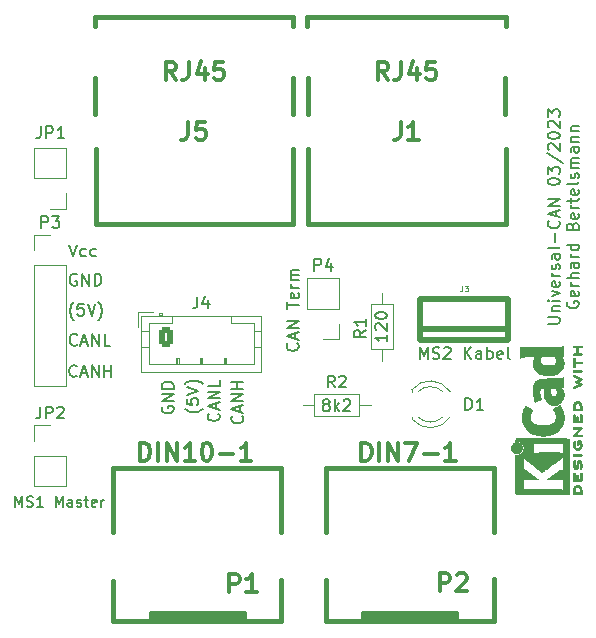
<source format=gto>
G04 #@! TF.GenerationSoftware,KiCad,Pcbnew,6.0.11-2627ca5db0~126~ubuntu22.04.1*
G04 #@! TF.CreationDate,2023-02-25T00:26:06+01:00*
G04 #@! TF.ProjectId,mini-adapter,6d696e69-2d61-4646-9170-7465722e6b69,rev?*
G04 #@! TF.SameCoordinates,Original*
G04 #@! TF.FileFunction,Legend,Top*
G04 #@! TF.FilePolarity,Positive*
%FSLAX46Y46*%
G04 Gerber Fmt 4.6, Leading zero omitted, Abs format (unit mm)*
G04 Created by KiCad (PCBNEW 6.0.11-2627ca5db0~126~ubuntu22.04.1) date 2023-02-25 00:26:06*
%MOMM*%
%LPD*%
G01*
G04 APERTURE LIST*
G04 Aperture macros list*
%AMRoundRect*
0 Rectangle with rounded corners*
0 $1 Rounding radius*
0 $2 $3 $4 $5 $6 $7 $8 $9 X,Y pos of 4 corners*
0 Add a 4 corners polygon primitive as box body*
4,1,4,$2,$3,$4,$5,$6,$7,$8,$9,$2,$3,0*
0 Add four circle primitives for the rounded corners*
1,1,$1+$1,$2,$3*
1,1,$1+$1,$4,$5*
1,1,$1+$1,$6,$7*
1,1,$1+$1,$8,$9*
0 Add four rect primitives between the rounded corners*
20,1,$1+$1,$2,$3,$4,$5,0*
20,1,$1+$1,$4,$5,$6,$7,0*
20,1,$1+$1,$6,$7,$8,$9,0*
20,1,$1+$1,$8,$9,$2,$3,0*%
G04 Aperture macros list end*
%ADD10C,0.150000*%
%ADD11C,0.200000*%
%ADD12C,0.304800*%
%ADD13C,0.125000*%
%ADD14C,0.120000*%
%ADD15C,0.381000*%
%ADD16C,0.010000*%
%ADD17C,0.500000*%
%ADD18C,1.500000*%
%ADD19C,3.500000*%
%ADD20C,1.400000*%
%ADD21O,1.400000X1.400000*%
%ADD22C,2.500000*%
%ADD23O,2.500000X4.000000*%
%ADD24R,1.700000X1.700000*%
%ADD25O,1.700000X1.700000*%
%ADD26C,3.200000*%
%ADD27RoundRect,0.250000X-0.350000X-0.625000X0.350000X-0.625000X0.350000X0.625000X-0.350000X0.625000X0*%
%ADD28O,1.200000X1.750000*%
%ADD29R,1.800000X1.800000*%
%ADD30C,1.800000*%
%ADD31C,1.200000*%
G04 APERTURE END LIST*
D10*
X124300000Y-108361904D02*
X124252380Y-108457142D01*
X124252380Y-108600000D01*
X124300000Y-108742857D01*
X124395238Y-108838095D01*
X124490476Y-108885714D01*
X124680952Y-108933333D01*
X124823809Y-108933333D01*
X125014285Y-108885714D01*
X125109523Y-108838095D01*
X125204761Y-108742857D01*
X125252380Y-108600000D01*
X125252380Y-108504761D01*
X125204761Y-108361904D01*
X125157142Y-108314285D01*
X124823809Y-108314285D01*
X124823809Y-108504761D01*
X125252380Y-107885714D02*
X124252380Y-107885714D01*
X125252380Y-107314285D01*
X124252380Y-107314285D01*
X125252380Y-106838095D02*
X124252380Y-106838095D01*
X124252380Y-106600000D01*
X124300000Y-106457142D01*
X124395238Y-106361904D01*
X124490476Y-106314285D01*
X124680952Y-106266666D01*
X124823809Y-106266666D01*
X125014285Y-106314285D01*
X125109523Y-106361904D01*
X125204761Y-106457142D01*
X125252380Y-106600000D01*
X125252380Y-106838095D01*
X117044933Y-105741742D02*
X116997314Y-105789361D01*
X116854457Y-105836980D01*
X116759219Y-105836980D01*
X116616361Y-105789361D01*
X116521123Y-105694123D01*
X116473504Y-105598885D01*
X116425885Y-105408409D01*
X116425885Y-105265552D01*
X116473504Y-105075076D01*
X116521123Y-104979838D01*
X116616361Y-104884600D01*
X116759219Y-104836980D01*
X116854457Y-104836980D01*
X116997314Y-104884600D01*
X117044933Y-104932219D01*
X117425885Y-105551266D02*
X117902076Y-105551266D01*
X117330647Y-105836980D02*
X117663980Y-104836980D01*
X117997314Y-105836980D01*
X118330647Y-105836980D02*
X118330647Y-104836980D01*
X118902076Y-105836980D01*
X118902076Y-104836980D01*
X119378266Y-105836980D02*
X119378266Y-104836980D01*
X119378266Y-105313171D02*
X119949695Y-105313171D01*
X119949695Y-105836980D02*
X119949695Y-104836980D01*
X129057142Y-108947619D02*
X129104761Y-108995238D01*
X129152380Y-109138095D01*
X129152380Y-109233333D01*
X129104761Y-109376190D01*
X129009523Y-109471428D01*
X128914285Y-109519047D01*
X128723809Y-109566666D01*
X128580952Y-109566666D01*
X128390476Y-109519047D01*
X128295238Y-109471428D01*
X128200000Y-109376190D01*
X128152380Y-109233333D01*
X128152380Y-109138095D01*
X128200000Y-108995238D01*
X128247619Y-108947619D01*
X128866666Y-108566666D02*
X128866666Y-108090476D01*
X129152380Y-108661904D02*
X128152380Y-108328571D01*
X129152380Y-107995238D01*
X129152380Y-107661904D02*
X128152380Y-107661904D01*
X129152380Y-107090476D01*
X128152380Y-107090476D01*
X129152380Y-106138095D02*
X129152380Y-106614285D01*
X128152380Y-106614285D01*
X116411523Y-94651580D02*
X116744857Y-95651580D01*
X117078190Y-94651580D01*
X117840095Y-95603961D02*
X117744857Y-95651580D01*
X117554380Y-95651580D01*
X117459142Y-95603961D01*
X117411523Y-95556342D01*
X117363904Y-95461104D01*
X117363904Y-95175390D01*
X117411523Y-95080152D01*
X117459142Y-95032533D01*
X117554380Y-94984914D01*
X117744857Y-94984914D01*
X117840095Y-95032533D01*
X118697238Y-95603961D02*
X118602000Y-95651580D01*
X118411523Y-95651580D01*
X118316285Y-95603961D01*
X118268666Y-95556342D01*
X118221047Y-95461104D01*
X118221047Y-95175390D01*
X118268666Y-95080152D01*
X118316285Y-95032533D01*
X118411523Y-94984914D01*
X118602000Y-94984914D01*
X118697238Y-95032533D01*
X117087780Y-103100142D02*
X117040161Y-103147761D01*
X116897304Y-103195380D01*
X116802066Y-103195380D01*
X116659209Y-103147761D01*
X116563971Y-103052523D01*
X116516352Y-102957285D01*
X116468733Y-102766809D01*
X116468733Y-102623952D01*
X116516352Y-102433476D01*
X116563971Y-102338238D01*
X116659209Y-102243000D01*
X116802066Y-102195380D01*
X116897304Y-102195380D01*
X117040161Y-102243000D01*
X117087780Y-102290619D01*
X117468733Y-102909666D02*
X117944923Y-102909666D01*
X117373495Y-103195380D02*
X117706828Y-102195380D01*
X118040161Y-103195380D01*
X118373495Y-103195380D02*
X118373495Y-102195380D01*
X118944923Y-103195380D01*
X118944923Y-102195380D01*
X119897304Y-103195380D02*
X119421114Y-103195380D01*
X119421114Y-102195380D01*
X127733333Y-108547619D02*
X127685714Y-108595238D01*
X127542857Y-108690476D01*
X127447619Y-108738095D01*
X127304761Y-108785714D01*
X127066666Y-108833333D01*
X126876190Y-108833333D01*
X126638095Y-108785714D01*
X126495238Y-108738095D01*
X126400000Y-108690476D01*
X126257142Y-108595238D01*
X126209523Y-108547619D01*
X126352380Y-107690476D02*
X126352380Y-108166666D01*
X126828571Y-108214285D01*
X126780952Y-108166666D01*
X126733333Y-108071428D01*
X126733333Y-107833333D01*
X126780952Y-107738095D01*
X126828571Y-107690476D01*
X126923809Y-107642857D01*
X127161904Y-107642857D01*
X127257142Y-107690476D01*
X127304761Y-107738095D01*
X127352380Y-107833333D01*
X127352380Y-108071428D01*
X127304761Y-108166666D01*
X127257142Y-108214285D01*
X126352380Y-107357142D02*
X127352380Y-107023809D01*
X126352380Y-106690476D01*
X127733333Y-106452380D02*
X127685714Y-106404761D01*
X127542857Y-106309523D01*
X127447619Y-106261904D01*
X127304761Y-106214285D01*
X127066666Y-106166666D01*
X126876190Y-106166666D01*
X126638095Y-106214285D01*
X126495238Y-106261904D01*
X126400000Y-106309523D01*
X126257142Y-106404761D01*
X126209523Y-106452380D01*
X131057142Y-109166666D02*
X131104761Y-109214285D01*
X131152380Y-109357142D01*
X131152380Y-109452380D01*
X131104761Y-109595238D01*
X131009523Y-109690476D01*
X130914285Y-109738095D01*
X130723809Y-109785714D01*
X130580952Y-109785714D01*
X130390476Y-109738095D01*
X130295238Y-109690476D01*
X130200000Y-109595238D01*
X130152380Y-109452380D01*
X130152380Y-109357142D01*
X130200000Y-109214285D01*
X130247619Y-109166666D01*
X130866666Y-108785714D02*
X130866666Y-108309523D01*
X131152380Y-108880952D02*
X130152380Y-108547619D01*
X131152380Y-108214285D01*
X131152380Y-107880952D02*
X130152380Y-107880952D01*
X131152380Y-107309523D01*
X130152380Y-107309523D01*
X131152380Y-106833333D02*
X130152380Y-106833333D01*
X130628571Y-106833333D02*
X130628571Y-106261904D01*
X131152380Y-106261904D02*
X130152380Y-106261904D01*
X117043295Y-97163000D02*
X116948057Y-97115380D01*
X116805200Y-97115380D01*
X116662342Y-97163000D01*
X116567104Y-97258238D01*
X116519485Y-97353476D01*
X116471866Y-97543952D01*
X116471866Y-97686809D01*
X116519485Y-97877285D01*
X116567104Y-97972523D01*
X116662342Y-98067761D01*
X116805200Y-98115380D01*
X116900438Y-98115380D01*
X117043295Y-98067761D01*
X117090914Y-98020142D01*
X117090914Y-97686809D01*
X116900438Y-97686809D01*
X117519485Y-98115380D02*
X117519485Y-97115380D01*
X118090914Y-98115380D01*
X118090914Y-97115380D01*
X118567104Y-98115380D02*
X118567104Y-97115380D01*
X118805200Y-97115380D01*
X118948057Y-97163000D01*
X119043295Y-97258238D01*
X119090914Y-97353476D01*
X119138533Y-97543952D01*
X119138533Y-97686809D01*
X119090914Y-97877285D01*
X119043295Y-97972523D01*
X118948057Y-98067761D01*
X118805200Y-98115380D01*
X118567104Y-98115380D01*
D11*
X156947380Y-101347619D02*
X157756904Y-101347619D01*
X157852142Y-101300000D01*
X157899761Y-101252380D01*
X157947380Y-101157142D01*
X157947380Y-100966666D01*
X157899761Y-100871428D01*
X157852142Y-100823809D01*
X157756904Y-100776190D01*
X156947380Y-100776190D01*
X157280714Y-100300000D02*
X157947380Y-100300000D01*
X157375952Y-100300000D02*
X157328333Y-100252380D01*
X157280714Y-100157142D01*
X157280714Y-100014285D01*
X157328333Y-99919047D01*
X157423571Y-99871428D01*
X157947380Y-99871428D01*
X157947380Y-99395238D02*
X157280714Y-99395238D01*
X156947380Y-99395238D02*
X156995000Y-99442857D01*
X157042619Y-99395238D01*
X156995000Y-99347619D01*
X156947380Y-99395238D01*
X157042619Y-99395238D01*
X157280714Y-99014285D02*
X157947380Y-98776190D01*
X157280714Y-98538095D01*
X157899761Y-97776190D02*
X157947380Y-97871428D01*
X157947380Y-98061904D01*
X157899761Y-98157142D01*
X157804523Y-98204761D01*
X157423571Y-98204761D01*
X157328333Y-98157142D01*
X157280714Y-98061904D01*
X157280714Y-97871428D01*
X157328333Y-97776190D01*
X157423571Y-97728571D01*
X157518809Y-97728571D01*
X157614047Y-98204761D01*
X157947380Y-97300000D02*
X157280714Y-97300000D01*
X157471190Y-97300000D02*
X157375952Y-97252380D01*
X157328333Y-97204761D01*
X157280714Y-97109523D01*
X157280714Y-97014285D01*
X157899761Y-96728571D02*
X157947380Y-96633333D01*
X157947380Y-96442857D01*
X157899761Y-96347619D01*
X157804523Y-96300000D01*
X157756904Y-96300000D01*
X157661666Y-96347619D01*
X157614047Y-96442857D01*
X157614047Y-96585714D01*
X157566428Y-96680952D01*
X157471190Y-96728571D01*
X157423571Y-96728571D01*
X157328333Y-96680952D01*
X157280714Y-96585714D01*
X157280714Y-96442857D01*
X157328333Y-96347619D01*
X157947380Y-95442857D02*
X157423571Y-95442857D01*
X157328333Y-95490476D01*
X157280714Y-95585714D01*
X157280714Y-95776190D01*
X157328333Y-95871428D01*
X157899761Y-95442857D02*
X157947380Y-95538095D01*
X157947380Y-95776190D01*
X157899761Y-95871428D01*
X157804523Y-95919047D01*
X157709285Y-95919047D01*
X157614047Y-95871428D01*
X157566428Y-95776190D01*
X157566428Y-95538095D01*
X157518809Y-95442857D01*
X157947380Y-94823809D02*
X157899761Y-94919047D01*
X157804523Y-94966666D01*
X156947380Y-94966666D01*
X157566428Y-94442857D02*
X157566428Y-93680952D01*
X157852142Y-92633333D02*
X157899761Y-92680952D01*
X157947380Y-92823809D01*
X157947380Y-92919047D01*
X157899761Y-93061904D01*
X157804523Y-93157142D01*
X157709285Y-93204761D01*
X157518809Y-93252380D01*
X157375952Y-93252380D01*
X157185476Y-93204761D01*
X157090238Y-93157142D01*
X156995000Y-93061904D01*
X156947380Y-92919047D01*
X156947380Y-92823809D01*
X156995000Y-92680952D01*
X157042619Y-92633333D01*
X157661666Y-92252380D02*
X157661666Y-91776190D01*
X157947380Y-92347619D02*
X156947380Y-92014285D01*
X157947380Y-91680952D01*
X157947380Y-91347619D02*
X156947380Y-91347619D01*
X157947380Y-90776190D01*
X156947380Y-90776190D01*
X156947380Y-89347619D02*
X156947380Y-89252380D01*
X156995000Y-89157142D01*
X157042619Y-89109523D01*
X157137857Y-89061904D01*
X157328333Y-89014285D01*
X157566428Y-89014285D01*
X157756904Y-89061904D01*
X157852142Y-89109523D01*
X157899761Y-89157142D01*
X157947380Y-89252380D01*
X157947380Y-89347619D01*
X157899761Y-89442857D01*
X157852142Y-89490476D01*
X157756904Y-89538095D01*
X157566428Y-89585714D01*
X157328333Y-89585714D01*
X157137857Y-89538095D01*
X157042619Y-89490476D01*
X156995000Y-89442857D01*
X156947380Y-89347619D01*
X156947380Y-88680952D02*
X156947380Y-88061904D01*
X157328333Y-88395238D01*
X157328333Y-88252380D01*
X157375952Y-88157142D01*
X157423571Y-88109523D01*
X157518809Y-88061904D01*
X157756904Y-88061904D01*
X157852142Y-88109523D01*
X157899761Y-88157142D01*
X157947380Y-88252380D01*
X157947380Y-88538095D01*
X157899761Y-88633333D01*
X157852142Y-88680952D01*
X156899761Y-86919047D02*
X158185476Y-87776190D01*
X157042619Y-86633333D02*
X156995000Y-86585714D01*
X156947380Y-86490476D01*
X156947380Y-86252380D01*
X156995000Y-86157142D01*
X157042619Y-86109523D01*
X157137857Y-86061904D01*
X157233095Y-86061904D01*
X157375952Y-86109523D01*
X157947380Y-86680952D01*
X157947380Y-86061904D01*
X156947380Y-85442857D02*
X156947380Y-85347619D01*
X156995000Y-85252380D01*
X157042619Y-85204761D01*
X157137857Y-85157142D01*
X157328333Y-85109523D01*
X157566428Y-85109523D01*
X157756904Y-85157142D01*
X157852142Y-85204761D01*
X157899761Y-85252380D01*
X157947380Y-85347619D01*
X157947380Y-85442857D01*
X157899761Y-85538095D01*
X157852142Y-85585714D01*
X157756904Y-85633333D01*
X157566428Y-85680952D01*
X157328333Y-85680952D01*
X157137857Y-85633333D01*
X157042619Y-85585714D01*
X156995000Y-85538095D01*
X156947380Y-85442857D01*
X157042619Y-84728571D02*
X156995000Y-84680952D01*
X156947380Y-84585714D01*
X156947380Y-84347619D01*
X156995000Y-84252380D01*
X157042619Y-84204761D01*
X157137857Y-84157142D01*
X157233095Y-84157142D01*
X157375952Y-84204761D01*
X157947380Y-84776190D01*
X157947380Y-84157142D01*
X156947380Y-83823809D02*
X156947380Y-83204761D01*
X157328333Y-83538095D01*
X157328333Y-83395238D01*
X157375952Y-83300000D01*
X157423571Y-83252380D01*
X157518809Y-83204761D01*
X157756904Y-83204761D01*
X157852142Y-83252380D01*
X157899761Y-83300000D01*
X157947380Y-83395238D01*
X157947380Y-83680952D01*
X157899761Y-83776190D01*
X157852142Y-83823809D01*
X158605000Y-99466666D02*
X158557380Y-99561904D01*
X158557380Y-99704761D01*
X158605000Y-99847619D01*
X158700238Y-99942857D01*
X158795476Y-99990476D01*
X158985952Y-100038095D01*
X159128809Y-100038095D01*
X159319285Y-99990476D01*
X159414523Y-99942857D01*
X159509761Y-99847619D01*
X159557380Y-99704761D01*
X159557380Y-99609523D01*
X159509761Y-99466666D01*
X159462142Y-99419047D01*
X159128809Y-99419047D01*
X159128809Y-99609523D01*
X159509761Y-98609523D02*
X159557380Y-98704761D01*
X159557380Y-98895238D01*
X159509761Y-98990476D01*
X159414523Y-99038095D01*
X159033571Y-99038095D01*
X158938333Y-98990476D01*
X158890714Y-98895238D01*
X158890714Y-98704761D01*
X158938333Y-98609523D01*
X159033571Y-98561904D01*
X159128809Y-98561904D01*
X159224047Y-99038095D01*
X159557380Y-98133333D02*
X158890714Y-98133333D01*
X159081190Y-98133333D02*
X158985952Y-98085714D01*
X158938333Y-98038095D01*
X158890714Y-97942857D01*
X158890714Y-97847619D01*
X159557380Y-97514285D02*
X158557380Y-97514285D01*
X159557380Y-97085714D02*
X159033571Y-97085714D01*
X158938333Y-97133333D01*
X158890714Y-97228571D01*
X158890714Y-97371428D01*
X158938333Y-97466666D01*
X158985952Y-97514285D01*
X159557380Y-96180952D02*
X159033571Y-96180952D01*
X158938333Y-96228571D01*
X158890714Y-96323809D01*
X158890714Y-96514285D01*
X158938333Y-96609523D01*
X159509761Y-96180952D02*
X159557380Y-96276190D01*
X159557380Y-96514285D01*
X159509761Y-96609523D01*
X159414523Y-96657142D01*
X159319285Y-96657142D01*
X159224047Y-96609523D01*
X159176428Y-96514285D01*
X159176428Y-96276190D01*
X159128809Y-96180952D01*
X159557380Y-95704761D02*
X158890714Y-95704761D01*
X159081190Y-95704761D02*
X158985952Y-95657142D01*
X158938333Y-95609523D01*
X158890714Y-95514285D01*
X158890714Y-95419047D01*
X159557380Y-94657142D02*
X158557380Y-94657142D01*
X159509761Y-94657142D02*
X159557380Y-94752380D01*
X159557380Y-94942857D01*
X159509761Y-95038095D01*
X159462142Y-95085714D01*
X159366904Y-95133333D01*
X159081190Y-95133333D01*
X158985952Y-95085714D01*
X158938333Y-95038095D01*
X158890714Y-94942857D01*
X158890714Y-94752380D01*
X158938333Y-94657142D01*
X159033571Y-93085714D02*
X159081190Y-92942857D01*
X159128809Y-92895238D01*
X159224047Y-92847619D01*
X159366904Y-92847619D01*
X159462142Y-92895238D01*
X159509761Y-92942857D01*
X159557380Y-93038095D01*
X159557380Y-93419047D01*
X158557380Y-93419047D01*
X158557380Y-93085714D01*
X158605000Y-92990476D01*
X158652619Y-92942857D01*
X158747857Y-92895238D01*
X158843095Y-92895238D01*
X158938333Y-92942857D01*
X158985952Y-92990476D01*
X159033571Y-93085714D01*
X159033571Y-93419047D01*
X159509761Y-92038095D02*
X159557380Y-92133333D01*
X159557380Y-92323809D01*
X159509761Y-92419047D01*
X159414523Y-92466666D01*
X159033571Y-92466666D01*
X158938333Y-92419047D01*
X158890714Y-92323809D01*
X158890714Y-92133333D01*
X158938333Y-92038095D01*
X159033571Y-91990476D01*
X159128809Y-91990476D01*
X159224047Y-92466666D01*
X159557380Y-91561904D02*
X158890714Y-91561904D01*
X159081190Y-91561904D02*
X158985952Y-91514285D01*
X158938333Y-91466666D01*
X158890714Y-91371428D01*
X158890714Y-91276190D01*
X158890714Y-91085714D02*
X158890714Y-90704761D01*
X158557380Y-90942857D02*
X159414523Y-90942857D01*
X159509761Y-90895238D01*
X159557380Y-90800000D01*
X159557380Y-90704761D01*
X159509761Y-89990476D02*
X159557380Y-90085714D01*
X159557380Y-90276190D01*
X159509761Y-90371428D01*
X159414523Y-90419047D01*
X159033571Y-90419047D01*
X158938333Y-90371428D01*
X158890714Y-90276190D01*
X158890714Y-90085714D01*
X158938333Y-89990476D01*
X159033571Y-89942857D01*
X159128809Y-89942857D01*
X159224047Y-90419047D01*
X159557380Y-89371428D02*
X159509761Y-89466666D01*
X159414523Y-89514285D01*
X158557380Y-89514285D01*
X159509761Y-89038095D02*
X159557380Y-88942857D01*
X159557380Y-88752380D01*
X159509761Y-88657142D01*
X159414523Y-88609523D01*
X159366904Y-88609523D01*
X159271666Y-88657142D01*
X159224047Y-88752380D01*
X159224047Y-88895238D01*
X159176428Y-88990476D01*
X159081190Y-89038095D01*
X159033571Y-89038095D01*
X158938333Y-88990476D01*
X158890714Y-88895238D01*
X158890714Y-88752380D01*
X158938333Y-88657142D01*
X159557380Y-88180952D02*
X158890714Y-88180952D01*
X158985952Y-88180952D02*
X158938333Y-88133333D01*
X158890714Y-88038095D01*
X158890714Y-87895238D01*
X158938333Y-87800000D01*
X159033571Y-87752380D01*
X159557380Y-87752380D01*
X159033571Y-87752380D02*
X158938333Y-87704761D01*
X158890714Y-87609523D01*
X158890714Y-87466666D01*
X158938333Y-87371428D01*
X159033571Y-87323809D01*
X159557380Y-87323809D01*
X159557380Y-86419047D02*
X159033571Y-86419047D01*
X158938333Y-86466666D01*
X158890714Y-86561904D01*
X158890714Y-86752380D01*
X158938333Y-86847619D01*
X159509761Y-86419047D02*
X159557380Y-86514285D01*
X159557380Y-86752380D01*
X159509761Y-86847619D01*
X159414523Y-86895238D01*
X159319285Y-86895238D01*
X159224047Y-86847619D01*
X159176428Y-86752380D01*
X159176428Y-86514285D01*
X159128809Y-86419047D01*
X158890714Y-85942857D02*
X159557380Y-85942857D01*
X158985952Y-85942857D02*
X158938333Y-85895238D01*
X158890714Y-85800000D01*
X158890714Y-85657142D01*
X158938333Y-85561904D01*
X159033571Y-85514285D01*
X159557380Y-85514285D01*
X158890714Y-85038095D02*
X159557380Y-85038095D01*
X158985952Y-85038095D02*
X158938333Y-84990476D01*
X158890714Y-84895238D01*
X158890714Y-84752380D01*
X158938333Y-84657142D01*
X159033571Y-84609523D01*
X159557380Y-84609523D01*
D10*
X116782980Y-101036333D02*
X116735361Y-100988714D01*
X116640123Y-100845857D01*
X116592504Y-100750619D01*
X116544885Y-100607761D01*
X116497266Y-100369666D01*
X116497266Y-100179190D01*
X116544885Y-99941095D01*
X116592504Y-99798238D01*
X116640123Y-99703000D01*
X116735361Y-99560142D01*
X116782980Y-99512523D01*
X117640123Y-99655380D02*
X117163933Y-99655380D01*
X117116314Y-100131571D01*
X117163933Y-100083952D01*
X117259171Y-100036333D01*
X117497266Y-100036333D01*
X117592504Y-100083952D01*
X117640123Y-100131571D01*
X117687742Y-100226809D01*
X117687742Y-100464904D01*
X117640123Y-100560142D01*
X117592504Y-100607761D01*
X117497266Y-100655380D01*
X117259171Y-100655380D01*
X117163933Y-100607761D01*
X117116314Y-100560142D01*
X117973457Y-99655380D02*
X118306790Y-100655380D01*
X118640123Y-99655380D01*
X118878219Y-101036333D02*
X118925838Y-100988714D01*
X119021076Y-100845857D01*
X119068695Y-100750619D01*
X119116314Y-100607761D01*
X119163933Y-100369666D01*
X119163933Y-100179190D01*
X119116314Y-99941095D01*
X119068695Y-99798238D01*
X119021076Y-99703000D01*
X118925838Y-99560142D01*
X118878219Y-99512523D01*
X141549380Y-101893666D02*
X141073190Y-102227000D01*
X141549380Y-102465095D02*
X140549380Y-102465095D01*
X140549380Y-102084142D01*
X140597000Y-101988904D01*
X140644619Y-101941285D01*
X140739857Y-101893666D01*
X140882714Y-101893666D01*
X140977952Y-101941285D01*
X141025571Y-101988904D01*
X141073190Y-102084142D01*
X141073190Y-102465095D01*
X141549380Y-100941285D02*
X141549380Y-101512714D01*
X141549380Y-101227000D02*
X140549380Y-101227000D01*
X140692238Y-101322238D01*
X140787476Y-101417476D01*
X140835095Y-101512714D01*
X143327380Y-102266666D02*
X143327380Y-102838095D01*
X143327380Y-102552380D02*
X142327380Y-102552380D01*
X142470238Y-102647619D01*
X142565476Y-102742857D01*
X142613095Y-102838095D01*
X142422619Y-101885714D02*
X142375000Y-101838095D01*
X142327380Y-101742857D01*
X142327380Y-101504761D01*
X142375000Y-101409523D01*
X142422619Y-101361904D01*
X142517857Y-101314285D01*
X142613095Y-101314285D01*
X142755952Y-101361904D01*
X143327380Y-101933333D01*
X143327380Y-101314285D01*
X142327380Y-100695238D02*
X142327380Y-100600000D01*
X142375000Y-100504761D01*
X142422619Y-100457142D01*
X142517857Y-100409523D01*
X142708333Y-100361904D01*
X142946428Y-100361904D01*
X143136904Y-100409523D01*
X143232142Y-100457142D01*
X143279761Y-100504761D01*
X143327380Y-100600000D01*
X143327380Y-100695238D01*
X143279761Y-100790476D01*
X143232142Y-100838095D01*
X143136904Y-100885714D01*
X142946428Y-100933333D01*
X142708333Y-100933333D01*
X142517857Y-100885714D01*
X142422619Y-100838095D01*
X142375000Y-100790476D01*
X142327380Y-100695238D01*
D12*
X126492000Y-84255428D02*
X126492000Y-85344000D01*
X126419428Y-85561714D01*
X126274285Y-85706857D01*
X126056571Y-85779428D01*
X125911428Y-85779428D01*
X127943428Y-84255428D02*
X127217714Y-84255428D01*
X127145142Y-84981142D01*
X127217714Y-84908571D01*
X127362857Y-84836000D01*
X127725714Y-84836000D01*
X127870857Y-84908571D01*
X127943428Y-84981142D01*
X128016000Y-85126285D01*
X128016000Y-85489142D01*
X127943428Y-85634285D01*
X127870857Y-85706857D01*
X127725714Y-85779428D01*
X127362857Y-85779428D01*
X127217714Y-85706857D01*
X127145142Y-85634285D01*
X125457714Y-80699428D02*
X124949714Y-79973714D01*
X124586857Y-80699428D02*
X124586857Y-79175428D01*
X125167428Y-79175428D01*
X125312571Y-79248000D01*
X125385142Y-79320571D01*
X125457714Y-79465714D01*
X125457714Y-79683428D01*
X125385142Y-79828571D01*
X125312571Y-79901142D01*
X125167428Y-79973714D01*
X124586857Y-79973714D01*
X126546285Y-79175428D02*
X126546285Y-80264000D01*
X126473714Y-80481714D01*
X126328571Y-80626857D01*
X126110857Y-80699428D01*
X125965714Y-80699428D01*
X127925142Y-79683428D02*
X127925142Y-80699428D01*
X127562285Y-79102857D02*
X127199428Y-80191428D01*
X128142857Y-80191428D01*
X129449142Y-79175428D02*
X128723428Y-79175428D01*
X128650857Y-79901142D01*
X128723428Y-79828571D01*
X128868571Y-79756000D01*
X129231428Y-79756000D01*
X129376571Y-79828571D01*
X129449142Y-79901142D01*
X129521714Y-80046285D01*
X129521714Y-80409142D01*
X129449142Y-80554285D01*
X129376571Y-80626857D01*
X129231428Y-80699428D01*
X128868571Y-80699428D01*
X128723428Y-80626857D01*
X128650857Y-80554285D01*
D10*
X113974666Y-108369380D02*
X113974666Y-109083666D01*
X113927047Y-109226523D01*
X113831809Y-109321761D01*
X113688952Y-109369380D01*
X113593714Y-109369380D01*
X114450857Y-109369380D02*
X114450857Y-108369380D01*
X114831809Y-108369380D01*
X114927047Y-108417000D01*
X114974666Y-108464619D01*
X115022285Y-108559857D01*
X115022285Y-108702714D01*
X114974666Y-108797952D01*
X114927047Y-108845571D01*
X114831809Y-108893190D01*
X114450857Y-108893190D01*
X115403238Y-108464619D02*
X115450857Y-108417000D01*
X115546095Y-108369380D01*
X115784190Y-108369380D01*
X115879428Y-108417000D01*
X115927047Y-108464619D01*
X115974666Y-108559857D01*
X115974666Y-108655095D01*
X115927047Y-108797952D01*
X115355619Y-109369380D01*
X115974666Y-109369380D01*
X111837457Y-116840742D02*
X111837457Y-115940742D01*
X112137457Y-116583600D01*
X112437457Y-115940742D01*
X112437457Y-116840742D01*
X112823171Y-116797885D02*
X112951742Y-116840742D01*
X113166028Y-116840742D01*
X113251742Y-116797885D01*
X113294600Y-116755028D01*
X113337457Y-116669314D01*
X113337457Y-116583600D01*
X113294600Y-116497885D01*
X113251742Y-116455028D01*
X113166028Y-116412171D01*
X112994600Y-116369314D01*
X112908885Y-116326457D01*
X112866028Y-116283600D01*
X112823171Y-116197885D01*
X112823171Y-116112171D01*
X112866028Y-116026457D01*
X112908885Y-115983600D01*
X112994600Y-115940742D01*
X113208885Y-115940742D01*
X113337457Y-115983600D01*
X114194600Y-116840742D02*
X113680314Y-116840742D01*
X113937457Y-116840742D02*
X113937457Y-115940742D01*
X113851742Y-116069314D01*
X113766028Y-116155028D01*
X113680314Y-116197885D01*
X115266028Y-116840742D02*
X115266028Y-115940742D01*
X115566028Y-116583600D01*
X115866028Y-115940742D01*
X115866028Y-116840742D01*
X116680314Y-116840742D02*
X116680314Y-116369314D01*
X116637457Y-116283600D01*
X116551742Y-116240742D01*
X116380314Y-116240742D01*
X116294600Y-116283600D01*
X116680314Y-116797885D02*
X116594600Y-116840742D01*
X116380314Y-116840742D01*
X116294600Y-116797885D01*
X116251742Y-116712171D01*
X116251742Y-116626457D01*
X116294600Y-116540742D01*
X116380314Y-116497885D01*
X116594600Y-116497885D01*
X116680314Y-116455028D01*
X117066028Y-116797885D02*
X117151742Y-116840742D01*
X117323171Y-116840742D01*
X117408885Y-116797885D01*
X117451742Y-116712171D01*
X117451742Y-116669314D01*
X117408885Y-116583600D01*
X117323171Y-116540742D01*
X117194600Y-116540742D01*
X117108885Y-116497885D01*
X117066028Y-116412171D01*
X117066028Y-116369314D01*
X117108885Y-116283600D01*
X117194600Y-116240742D01*
X117323171Y-116240742D01*
X117408885Y-116283600D01*
X117708885Y-116240742D02*
X118051742Y-116240742D01*
X117837457Y-115940742D02*
X117837457Y-116712171D01*
X117880314Y-116797885D01*
X117966028Y-116840742D01*
X118051742Y-116840742D01*
X118694600Y-116797885D02*
X118608885Y-116840742D01*
X118437457Y-116840742D01*
X118351742Y-116797885D01*
X118308885Y-116712171D01*
X118308885Y-116369314D01*
X118351742Y-116283600D01*
X118437457Y-116240742D01*
X118608885Y-116240742D01*
X118694600Y-116283600D01*
X118737457Y-116369314D01*
X118737457Y-116455028D01*
X118308885Y-116540742D01*
X119123171Y-116840742D02*
X119123171Y-116240742D01*
X119123171Y-116412171D02*
X119166028Y-116326457D01*
X119208885Y-116283600D01*
X119294600Y-116240742D01*
X119380314Y-116240742D01*
X138898333Y-106736380D02*
X138565000Y-106260190D01*
X138326904Y-106736380D02*
X138326904Y-105736380D01*
X138707857Y-105736380D01*
X138803095Y-105784000D01*
X138850714Y-105831619D01*
X138898333Y-105926857D01*
X138898333Y-106069714D01*
X138850714Y-106164952D01*
X138803095Y-106212571D01*
X138707857Y-106260190D01*
X138326904Y-106260190D01*
X139279285Y-105831619D02*
X139326904Y-105784000D01*
X139422142Y-105736380D01*
X139660238Y-105736380D01*
X139755476Y-105784000D01*
X139803095Y-105831619D01*
X139850714Y-105926857D01*
X139850714Y-106022095D01*
X139803095Y-106164952D01*
X139231666Y-106736380D01*
X139850714Y-106736380D01*
X138088809Y-108184952D02*
X137993571Y-108137333D01*
X137945952Y-108089714D01*
X137898333Y-107994476D01*
X137898333Y-107946857D01*
X137945952Y-107851619D01*
X137993571Y-107804000D01*
X138088809Y-107756380D01*
X138279285Y-107756380D01*
X138374523Y-107804000D01*
X138422142Y-107851619D01*
X138469761Y-107946857D01*
X138469761Y-107994476D01*
X138422142Y-108089714D01*
X138374523Y-108137333D01*
X138279285Y-108184952D01*
X138088809Y-108184952D01*
X137993571Y-108232571D01*
X137945952Y-108280190D01*
X137898333Y-108375428D01*
X137898333Y-108565904D01*
X137945952Y-108661142D01*
X137993571Y-108708761D01*
X138088809Y-108756380D01*
X138279285Y-108756380D01*
X138374523Y-108708761D01*
X138422142Y-108661142D01*
X138469761Y-108565904D01*
X138469761Y-108375428D01*
X138422142Y-108280190D01*
X138374523Y-108232571D01*
X138279285Y-108184952D01*
X138898333Y-108756380D02*
X138898333Y-107756380D01*
X138993571Y-108375428D02*
X139279285Y-108756380D01*
X139279285Y-108089714D02*
X138898333Y-108470666D01*
X139660238Y-107851619D02*
X139707857Y-107804000D01*
X139803095Y-107756380D01*
X140041190Y-107756380D01*
X140136428Y-107804000D01*
X140184047Y-107851619D01*
X140231666Y-107946857D01*
X140231666Y-108042095D01*
X140184047Y-108184952D01*
X139612619Y-108756380D01*
X140231666Y-108756380D01*
X127253666Y-99041380D02*
X127253666Y-99755666D01*
X127206047Y-99898523D01*
X127110809Y-99993761D01*
X126967952Y-100041380D01*
X126872714Y-100041380D01*
X128158428Y-99374714D02*
X128158428Y-100041380D01*
X127920333Y-98993761D02*
X127682238Y-99708047D01*
X128301285Y-99708047D01*
X149961904Y-108652380D02*
X149961904Y-107652380D01*
X150200000Y-107652380D01*
X150342857Y-107700000D01*
X150438095Y-107795238D01*
X150485714Y-107890476D01*
X150533333Y-108080952D01*
X150533333Y-108223809D01*
X150485714Y-108414285D01*
X150438095Y-108509523D01*
X150342857Y-108604761D01*
X150200000Y-108652380D01*
X149961904Y-108652380D01*
X151485714Y-108652380D02*
X150914285Y-108652380D01*
X151200000Y-108652380D02*
X151200000Y-107652380D01*
X151104761Y-107795238D01*
X151009523Y-107890476D01*
X150914285Y-107938095D01*
X137183904Y-96845380D02*
X137183904Y-95845380D01*
X137564857Y-95845380D01*
X137660095Y-95893000D01*
X137707714Y-95940619D01*
X137755333Y-96035857D01*
X137755333Y-96178714D01*
X137707714Y-96273952D01*
X137660095Y-96321571D01*
X137564857Y-96369190D01*
X137183904Y-96369190D01*
X138612476Y-96178714D02*
X138612476Y-96845380D01*
X138374380Y-95797761D02*
X138136285Y-96512047D01*
X138755333Y-96512047D01*
X135739142Y-103012523D02*
X135786761Y-103060142D01*
X135834380Y-103203000D01*
X135834380Y-103298238D01*
X135786761Y-103441095D01*
X135691523Y-103536333D01*
X135596285Y-103583952D01*
X135405809Y-103631571D01*
X135262952Y-103631571D01*
X135072476Y-103583952D01*
X134977238Y-103536333D01*
X134882000Y-103441095D01*
X134834380Y-103298238D01*
X134834380Y-103203000D01*
X134882000Y-103060142D01*
X134929619Y-103012523D01*
X135548666Y-102631571D02*
X135548666Y-102155380D01*
X135834380Y-102726809D02*
X134834380Y-102393476D01*
X135834380Y-102060142D01*
X135834380Y-101726809D02*
X134834380Y-101726809D01*
X135834380Y-101155380D01*
X134834380Y-101155380D01*
X134834380Y-100060142D02*
X134834380Y-99488714D01*
X135834380Y-99774428D02*
X134834380Y-99774428D01*
X135786761Y-98774428D02*
X135834380Y-98869666D01*
X135834380Y-99060142D01*
X135786761Y-99155380D01*
X135691523Y-99203000D01*
X135310571Y-99203000D01*
X135215333Y-99155380D01*
X135167714Y-99060142D01*
X135167714Y-98869666D01*
X135215333Y-98774428D01*
X135310571Y-98726809D01*
X135405809Y-98726809D01*
X135501047Y-99203000D01*
X135834380Y-98298238D02*
X135167714Y-98298238D01*
X135358190Y-98298238D02*
X135262952Y-98250619D01*
X135215333Y-98203000D01*
X135167714Y-98107761D01*
X135167714Y-98012523D01*
X135834380Y-97679190D02*
X135167714Y-97679190D01*
X135262952Y-97679190D02*
X135215333Y-97631571D01*
X135167714Y-97536333D01*
X135167714Y-97393476D01*
X135215333Y-97298238D01*
X135310571Y-97250619D01*
X135834380Y-97250619D01*
X135310571Y-97250619D02*
X135215333Y-97203000D01*
X135167714Y-97107761D01*
X135167714Y-96964904D01*
X135215333Y-96869666D01*
X135310571Y-96822047D01*
X135834380Y-96822047D01*
X114069904Y-93245380D02*
X114069904Y-92245380D01*
X114450857Y-92245380D01*
X114546095Y-92293000D01*
X114593714Y-92340619D01*
X114641333Y-92435857D01*
X114641333Y-92578714D01*
X114593714Y-92673952D01*
X114546095Y-92721571D01*
X114450857Y-92769190D01*
X114069904Y-92769190D01*
X114974666Y-92245380D02*
X115593714Y-92245380D01*
X115260380Y-92626333D01*
X115403238Y-92626333D01*
X115498476Y-92673952D01*
X115546095Y-92721571D01*
X115593714Y-92816809D01*
X115593714Y-93054904D01*
X115546095Y-93150142D01*
X115498476Y-93197761D01*
X115403238Y-93245380D01*
X115117523Y-93245380D01*
X115022285Y-93197761D01*
X114974666Y-93150142D01*
D12*
X147775142Y-123989428D02*
X147775142Y-122465428D01*
X148355714Y-122465428D01*
X148500857Y-122538000D01*
X148573428Y-122610571D01*
X148646000Y-122755714D01*
X148646000Y-122973428D01*
X148573428Y-123118571D01*
X148500857Y-123191142D01*
X148355714Y-123263714D01*
X147775142Y-123263714D01*
X149226571Y-122610571D02*
X149299142Y-122538000D01*
X149444285Y-122465428D01*
X149807142Y-122465428D01*
X149952285Y-122538000D01*
X150024857Y-122610571D01*
X150097428Y-122755714D01*
X150097428Y-122900857D01*
X150024857Y-123118571D01*
X149154000Y-123989428D01*
X150097428Y-123989428D01*
X141142457Y-112942428D02*
X141142457Y-111418428D01*
X141505314Y-111418428D01*
X141723028Y-111491000D01*
X141868171Y-111636142D01*
X141940742Y-111781285D01*
X142013314Y-112071571D01*
X142013314Y-112289285D01*
X141940742Y-112579571D01*
X141868171Y-112724714D01*
X141723028Y-112869857D01*
X141505314Y-112942428D01*
X141142457Y-112942428D01*
X142666457Y-112942428D02*
X142666457Y-111418428D01*
X143392171Y-112942428D02*
X143392171Y-111418428D01*
X144263028Y-112942428D01*
X144263028Y-111418428D01*
X144843600Y-111418428D02*
X145859600Y-111418428D01*
X145206457Y-112942428D01*
X146440171Y-112361857D02*
X147601314Y-112361857D01*
X149125314Y-112942428D02*
X148254457Y-112942428D01*
X148689885Y-112942428D02*
X148689885Y-111418428D01*
X148544742Y-111636142D01*
X148399600Y-111781285D01*
X148254457Y-111853857D01*
X129975142Y-124089428D02*
X129975142Y-122565428D01*
X130555714Y-122565428D01*
X130700857Y-122638000D01*
X130773428Y-122710571D01*
X130846000Y-122855714D01*
X130846000Y-123073428D01*
X130773428Y-123218571D01*
X130700857Y-123291142D01*
X130555714Y-123363714D01*
X129975142Y-123363714D01*
X132297428Y-124089428D02*
X131426571Y-124089428D01*
X131862000Y-124089428D02*
X131862000Y-122565428D01*
X131716857Y-122783142D01*
X131571714Y-122928285D01*
X131426571Y-123000857D01*
X122416742Y-112942428D02*
X122416742Y-111418428D01*
X122779600Y-111418428D01*
X122997314Y-111491000D01*
X123142457Y-111636142D01*
X123215028Y-111781285D01*
X123287600Y-112071571D01*
X123287600Y-112289285D01*
X123215028Y-112579571D01*
X123142457Y-112724714D01*
X122997314Y-112869857D01*
X122779600Y-112942428D01*
X122416742Y-112942428D01*
X123940742Y-112942428D02*
X123940742Y-111418428D01*
X124666457Y-112942428D02*
X124666457Y-111418428D01*
X125537314Y-112942428D01*
X125537314Y-111418428D01*
X127061314Y-112942428D02*
X126190457Y-112942428D01*
X126625885Y-112942428D02*
X126625885Y-111418428D01*
X126480742Y-111636142D01*
X126335600Y-111781285D01*
X126190457Y-111853857D01*
X128004742Y-111418428D02*
X128149885Y-111418428D01*
X128295028Y-111491000D01*
X128367600Y-111563571D01*
X128440171Y-111708714D01*
X128512742Y-111999000D01*
X128512742Y-112361857D01*
X128440171Y-112652142D01*
X128367600Y-112797285D01*
X128295028Y-112869857D01*
X128149885Y-112942428D01*
X128004742Y-112942428D01*
X127859600Y-112869857D01*
X127787028Y-112797285D01*
X127714457Y-112652142D01*
X127641885Y-112361857D01*
X127641885Y-111999000D01*
X127714457Y-111708714D01*
X127787028Y-111563571D01*
X127859600Y-111491000D01*
X128004742Y-111418428D01*
X129165885Y-112361857D02*
X130327028Y-112361857D01*
X131851028Y-112942428D02*
X130980171Y-112942428D01*
X131415600Y-112942428D02*
X131415600Y-111418428D01*
X131270457Y-111636142D01*
X131125314Y-111781285D01*
X130980171Y-111853857D01*
X144474000Y-84255428D02*
X144474000Y-85344000D01*
X144401428Y-85561714D01*
X144256285Y-85706857D01*
X144038571Y-85779428D01*
X143893428Y-85779428D01*
X145998000Y-85779428D02*
X145127142Y-85779428D01*
X145562571Y-85779428D02*
X145562571Y-84255428D01*
X145417428Y-84473142D01*
X145272285Y-84618285D01*
X145127142Y-84690857D01*
X143439714Y-80699428D02*
X142931714Y-79973714D01*
X142568857Y-80699428D02*
X142568857Y-79175428D01*
X143149428Y-79175428D01*
X143294571Y-79248000D01*
X143367142Y-79320571D01*
X143439714Y-79465714D01*
X143439714Y-79683428D01*
X143367142Y-79828571D01*
X143294571Y-79901142D01*
X143149428Y-79973714D01*
X142568857Y-79973714D01*
X144528285Y-79175428D02*
X144528285Y-80264000D01*
X144455714Y-80481714D01*
X144310571Y-80626857D01*
X144092857Y-80699428D01*
X143947714Y-80699428D01*
X145907142Y-79683428D02*
X145907142Y-80699428D01*
X145544285Y-79102857D02*
X145181428Y-80191428D01*
X146124857Y-80191428D01*
X147431142Y-79175428D02*
X146705428Y-79175428D01*
X146632857Y-79901142D01*
X146705428Y-79828571D01*
X146850571Y-79756000D01*
X147213428Y-79756000D01*
X147358571Y-79828571D01*
X147431142Y-79901142D01*
X147503714Y-80046285D01*
X147503714Y-80409142D01*
X147431142Y-80554285D01*
X147358571Y-80626857D01*
X147213428Y-80699428D01*
X146850571Y-80699428D01*
X146705428Y-80626857D01*
X146632857Y-80554285D01*
D13*
X149703333Y-98111190D02*
X149703333Y-98468333D01*
X149679523Y-98539761D01*
X149631904Y-98587380D01*
X149560476Y-98611190D01*
X149512857Y-98611190D01*
X149893809Y-98111190D02*
X150203333Y-98111190D01*
X150036666Y-98301666D01*
X150108095Y-98301666D01*
X150155714Y-98325476D01*
X150179523Y-98349285D01*
X150203333Y-98396904D01*
X150203333Y-98515952D01*
X150179523Y-98563571D01*
X150155714Y-98587380D01*
X150108095Y-98611190D01*
X149965238Y-98611190D01*
X149917619Y-98587380D01*
X149893809Y-98563571D01*
D11*
X146088095Y-104327380D02*
X146088095Y-103327380D01*
X146421428Y-104041666D01*
X146754761Y-103327380D01*
X146754761Y-104327380D01*
X147183333Y-104279761D02*
X147326190Y-104327380D01*
X147564285Y-104327380D01*
X147659523Y-104279761D01*
X147707142Y-104232142D01*
X147754761Y-104136904D01*
X147754761Y-104041666D01*
X147707142Y-103946428D01*
X147659523Y-103898809D01*
X147564285Y-103851190D01*
X147373809Y-103803571D01*
X147278571Y-103755952D01*
X147230952Y-103708333D01*
X147183333Y-103613095D01*
X147183333Y-103517857D01*
X147230952Y-103422619D01*
X147278571Y-103375000D01*
X147373809Y-103327380D01*
X147611904Y-103327380D01*
X147754761Y-103375000D01*
X148135714Y-103422619D02*
X148183333Y-103375000D01*
X148278571Y-103327380D01*
X148516666Y-103327380D01*
X148611904Y-103375000D01*
X148659523Y-103422619D01*
X148707142Y-103517857D01*
X148707142Y-103613095D01*
X148659523Y-103755952D01*
X148088095Y-104327380D01*
X148707142Y-104327380D01*
X149897619Y-104327380D02*
X149897619Y-103327380D01*
X150469047Y-104327380D02*
X150040476Y-103755952D01*
X150469047Y-103327380D02*
X149897619Y-103898809D01*
X151326190Y-104327380D02*
X151326190Y-103803571D01*
X151278571Y-103708333D01*
X151183333Y-103660714D01*
X150992857Y-103660714D01*
X150897619Y-103708333D01*
X151326190Y-104279761D02*
X151230952Y-104327380D01*
X150992857Y-104327380D01*
X150897619Y-104279761D01*
X150850000Y-104184523D01*
X150850000Y-104089285D01*
X150897619Y-103994047D01*
X150992857Y-103946428D01*
X151230952Y-103946428D01*
X151326190Y-103898809D01*
X151802380Y-104327380D02*
X151802380Y-103327380D01*
X151802380Y-103708333D02*
X151897619Y-103660714D01*
X152088095Y-103660714D01*
X152183333Y-103708333D01*
X152230952Y-103755952D01*
X152278571Y-103851190D01*
X152278571Y-104136904D01*
X152230952Y-104232142D01*
X152183333Y-104279761D01*
X152088095Y-104327380D01*
X151897619Y-104327380D01*
X151802380Y-104279761D01*
X153088095Y-104279761D02*
X152992857Y-104327380D01*
X152802380Y-104327380D01*
X152707142Y-104279761D01*
X152659523Y-104184523D01*
X152659523Y-103803571D01*
X152707142Y-103708333D01*
X152802380Y-103660714D01*
X152992857Y-103660714D01*
X153088095Y-103708333D01*
X153135714Y-103803571D01*
X153135714Y-103898809D01*
X152659523Y-103994047D01*
X153707142Y-104327380D02*
X153611904Y-104279761D01*
X153564285Y-104184523D01*
X153564285Y-103327380D01*
D10*
X114000066Y-84643980D02*
X114000066Y-85358266D01*
X113952447Y-85501123D01*
X113857209Y-85596361D01*
X113714352Y-85643980D01*
X113619114Y-85643980D01*
X114476257Y-85643980D02*
X114476257Y-84643980D01*
X114857209Y-84643980D01*
X114952447Y-84691600D01*
X115000066Y-84739219D01*
X115047685Y-84834457D01*
X115047685Y-84977314D01*
X115000066Y-85072552D01*
X114952447Y-85120171D01*
X114857209Y-85167790D01*
X114476257Y-85167790D01*
X116000066Y-85643980D02*
X115428638Y-85643980D01*
X115714352Y-85643980D02*
X115714352Y-84643980D01*
X115619114Y-84786838D01*
X115523876Y-84882076D01*
X115428638Y-84929695D01*
D14*
X143795000Y-103520000D02*
X143795000Y-99680000D01*
X142875000Y-98730000D02*
X142875000Y-99680000D01*
X141955000Y-103520000D02*
X143795000Y-103520000D01*
X143795000Y-99680000D02*
X141955000Y-99680000D01*
X141955000Y-99680000D02*
X141955000Y-103520000D01*
X142875000Y-104470000D02*
X142875000Y-103520000D01*
D15*
X135400000Y-92922000D02*
X118745000Y-92922000D01*
X118585200Y-76107200D02*
X118585200Y-75396000D01*
X135400000Y-92922000D02*
X135400000Y-86521200D01*
X135349200Y-83625600D02*
X135349200Y-80577600D01*
X133114000Y-75400000D02*
X120922000Y-75400000D01*
X118686800Y-92922000D02*
X118686800Y-86521200D01*
X135382000Y-75400000D02*
X133096000Y-75400000D01*
X118636000Y-83574800D02*
X118636000Y-80526800D01*
X118618000Y-75400000D02*
X120904000Y-75400000D01*
X135400000Y-76158000D02*
X135400000Y-75446800D01*
D14*
X113478000Y-112517000D02*
X113478000Y-115117000D01*
X113478000Y-111247000D02*
X113478000Y-109917000D01*
X113478000Y-115117000D02*
X116138000Y-115117000D01*
X113478000Y-112517000D02*
X116138000Y-112517000D01*
X113478000Y-109917000D02*
X114808000Y-109917000D01*
X116138000Y-112517000D02*
X116138000Y-115117000D01*
X140985000Y-109124000D02*
X140985000Y-107284000D01*
X141935000Y-108204000D02*
X140985000Y-108204000D01*
X137145000Y-107284000D02*
X137145000Y-109124000D01*
X140985000Y-107284000D02*
X137145000Y-107284000D01*
X137145000Y-109124000D02*
X140985000Y-109124000D01*
X136195000Y-108204000D02*
X137145000Y-108204000D01*
X123137000Y-104789000D02*
X132037000Y-104789000D01*
X125587000Y-104789000D02*
X125587000Y-104289000D01*
X124287000Y-100479000D02*
X123987000Y-100479000D01*
X132647000Y-101989000D02*
X132037000Y-101989000D01*
X122527000Y-105399000D02*
X132647000Y-105399000D01*
X122527000Y-100679000D02*
X122527000Y-105399000D01*
X122227000Y-100379000D02*
X122227000Y-101629000D01*
X129487000Y-104289000D02*
X129687000Y-104289000D01*
X129687000Y-104289000D02*
X129687000Y-104789000D01*
X125087000Y-100679000D02*
X125087000Y-101289000D01*
X123987000Y-100479000D02*
X123987000Y-100679000D01*
X127687000Y-104289000D02*
X127687000Y-104789000D01*
X125087000Y-101289000D02*
X123137000Y-101289000D01*
X130087000Y-101289000D02*
X130087000Y-100679000D01*
X122527000Y-101989000D02*
X123137000Y-101989000D01*
X124287000Y-100579000D02*
X123987000Y-100579000D01*
X125487000Y-104289000D02*
X125687000Y-104289000D01*
X125687000Y-104289000D02*
X125687000Y-104789000D01*
X132037000Y-104789000D02*
X132037000Y-101289000D01*
X127587000Y-104789000D02*
X127587000Y-104289000D01*
X123477000Y-100379000D02*
X122227000Y-100379000D01*
X129487000Y-104789000D02*
X129487000Y-104289000D01*
X124287000Y-100679000D02*
X124287000Y-100479000D01*
X132037000Y-101289000D02*
X130087000Y-101289000D01*
X127487000Y-104289000D02*
X127687000Y-104289000D01*
X127487000Y-104789000D02*
X127487000Y-104289000D01*
X129587000Y-104789000D02*
X129587000Y-104289000D01*
X132647000Y-105399000D02*
X132647000Y-100679000D01*
X132647000Y-100679000D02*
X122527000Y-100679000D01*
X132647000Y-103289000D02*
X132037000Y-103289000D01*
X122527000Y-103289000D02*
X123137000Y-103289000D01*
X123137000Y-101289000D02*
X123137000Y-104789000D01*
X125487000Y-104789000D02*
X125487000Y-104289000D01*
G36*
X159525799Y-103212162D02*
G01*
X159597840Y-103212505D01*
X159652780Y-103213308D01*
X159693360Y-103214759D01*
X159722317Y-103217048D01*
X159742391Y-103220364D01*
X159756321Y-103224895D01*
X159766845Y-103230831D01*
X159773100Y-103235486D01*
X159797673Y-103266217D01*
X159800341Y-103301504D01*
X159785271Y-103333755D01*
X159776374Y-103344412D01*
X159764557Y-103351536D01*
X159745526Y-103355833D01*
X159714992Y-103358009D01*
X159668662Y-103358772D01*
X159632871Y-103358845D01*
X159498045Y-103358845D01*
X159498045Y-103855556D01*
X159620700Y-103855556D01*
X159676787Y-103856069D01*
X159715333Y-103858124D01*
X159741361Y-103862492D01*
X159759897Y-103869944D01*
X159773100Y-103878953D01*
X159797604Y-103909856D01*
X159800506Y-103944804D01*
X159783089Y-103978262D01*
X159773959Y-103987396D01*
X159761855Y-103993848D01*
X159743001Y-103998103D01*
X159713620Y-104000648D01*
X159669937Y-104001971D01*
X159608175Y-104002557D01*
X159594000Y-104002625D01*
X159477631Y-104003109D01*
X159381727Y-104003359D01*
X159304177Y-104003277D01*
X159242869Y-104002769D01*
X159195690Y-104001738D01*
X159160530Y-104000087D01*
X159135276Y-103997721D01*
X159117817Y-103994543D01*
X159106041Y-103990456D01*
X159097835Y-103985366D01*
X159091645Y-103979734D01*
X159071844Y-103947872D01*
X159074533Y-103914643D01*
X159096776Y-103883265D01*
X159111126Y-103870567D01*
X159126978Y-103862474D01*
X159149554Y-103857958D01*
X159184078Y-103855994D01*
X159235776Y-103855556D01*
X159351289Y-103855556D01*
X159351289Y-103358845D01*
X159232756Y-103358845D01*
X159178148Y-103358338D01*
X159141275Y-103356302D01*
X159117307Y-103351965D01*
X159101415Y-103344553D01*
X159091645Y-103336267D01*
X159071844Y-103304406D01*
X159074533Y-103271177D01*
X159096776Y-103239798D01*
X159124485Y-103212089D01*
X159433920Y-103212089D01*
X159525799Y-103212162D01*
G37*
D16*
X159525799Y-103212162D02*
X159597840Y-103212505D01*
X159652780Y-103213308D01*
X159693360Y-103214759D01*
X159722317Y-103217048D01*
X159742391Y-103220364D01*
X159756321Y-103224895D01*
X159766845Y-103230831D01*
X159773100Y-103235486D01*
X159797673Y-103266217D01*
X159800341Y-103301504D01*
X159785271Y-103333755D01*
X159776374Y-103344412D01*
X159764557Y-103351536D01*
X159745526Y-103355833D01*
X159714992Y-103358009D01*
X159668662Y-103358772D01*
X159632871Y-103358845D01*
X159498045Y-103358845D01*
X159498045Y-103855556D01*
X159620700Y-103855556D01*
X159676787Y-103856069D01*
X159715333Y-103858124D01*
X159741361Y-103862492D01*
X159759897Y-103869944D01*
X159773100Y-103878953D01*
X159797604Y-103909856D01*
X159800506Y-103944804D01*
X159783089Y-103978262D01*
X159773959Y-103987396D01*
X159761855Y-103993848D01*
X159743001Y-103998103D01*
X159713620Y-104000648D01*
X159669937Y-104001971D01*
X159608175Y-104002557D01*
X159594000Y-104002625D01*
X159477631Y-104003109D01*
X159381727Y-104003359D01*
X159304177Y-104003277D01*
X159242869Y-104002769D01*
X159195690Y-104001738D01*
X159160530Y-104000087D01*
X159135276Y-103997721D01*
X159117817Y-103994543D01*
X159106041Y-103990456D01*
X159097835Y-103985366D01*
X159091645Y-103979734D01*
X159071844Y-103947872D01*
X159074533Y-103914643D01*
X159096776Y-103883265D01*
X159111126Y-103870567D01*
X159126978Y-103862474D01*
X159149554Y-103857958D01*
X159184078Y-103855994D01*
X159235776Y-103855556D01*
X159351289Y-103855556D01*
X159351289Y-103358845D01*
X159232756Y-103358845D01*
X159178148Y-103358338D01*
X159141275Y-103356302D01*
X159117307Y-103351965D01*
X159101415Y-103344553D01*
X159091645Y-103336267D01*
X159071844Y-103304406D01*
X159074533Y-103271177D01*
X159096776Y-103239798D01*
X159124485Y-103212089D01*
X159433920Y-103212089D01*
X159525799Y-103212162D01*
G36*
X159529802Y-112401314D02*
G01*
X159603689Y-112401638D01*
X159660232Y-112402386D01*
X159702049Y-112403732D01*
X159731757Y-112405846D01*
X159751973Y-112408900D01*
X159765314Y-112413066D01*
X159774398Y-112418516D01*
X159780267Y-112423822D01*
X159799947Y-112456826D01*
X159798181Y-112491991D01*
X159776717Y-112523455D01*
X159768337Y-112530684D01*
X159758614Y-112536334D01*
X159744861Y-112540599D01*
X159724389Y-112543673D01*
X159694512Y-112545752D01*
X159652541Y-112547030D01*
X159595789Y-112547701D01*
X159521567Y-112547959D01*
X159437537Y-112548000D01*
X159124485Y-112548000D01*
X159096776Y-112520291D01*
X159073463Y-112486137D01*
X159072623Y-112453006D01*
X159091645Y-112423822D01*
X159099218Y-112417242D01*
X159108987Y-112412079D01*
X159123571Y-112408164D01*
X159145585Y-112405324D01*
X159177648Y-112403387D01*
X159222375Y-112402183D01*
X159282385Y-112401539D01*
X159360294Y-112401284D01*
X159435956Y-112401245D01*
X159529802Y-112401314D01*
G37*
X159529802Y-112401314D02*
X159603689Y-112401638D01*
X159660232Y-112402386D01*
X159702049Y-112403732D01*
X159731757Y-112405846D01*
X159751973Y-112408900D01*
X159765314Y-112413066D01*
X159774398Y-112418516D01*
X159780267Y-112423822D01*
X159799947Y-112456826D01*
X159798181Y-112491991D01*
X159776717Y-112523455D01*
X159768337Y-112530684D01*
X159758614Y-112536334D01*
X159744861Y-112540599D01*
X159724389Y-112543673D01*
X159694512Y-112545752D01*
X159652541Y-112547030D01*
X159595789Y-112547701D01*
X159521567Y-112547959D01*
X159437537Y-112548000D01*
X159124485Y-112548000D01*
X159096776Y-112520291D01*
X159073463Y-112486137D01*
X159072623Y-112453006D01*
X159091645Y-112423822D01*
X159099218Y-112417242D01*
X159108987Y-112412079D01*
X159123571Y-112408164D01*
X159145585Y-112405324D01*
X159177648Y-112403387D01*
X159222375Y-112402183D01*
X159282385Y-112401539D01*
X159360294Y-112401284D01*
X159435956Y-112401245D01*
X159529802Y-112401314D01*
G36*
X159145055Y-115770998D02*
G01*
X159111778Y-115762830D01*
X159089759Y-115749556D01*
X159076739Y-115729974D01*
X159070457Y-115702883D01*
X159068653Y-115667082D01*
X159069066Y-115621371D01*
X159069467Y-115581889D01*
X159070148Y-115553667D01*
X159215808Y-115553667D01*
X159215822Y-115629867D01*
X159656089Y-115629867D01*
X159656004Y-115536734D01*
X159654396Y-115480693D01*
X159650256Y-115421999D01*
X159644464Y-115373028D01*
X159644226Y-115371538D01*
X159625090Y-115292392D01*
X159595287Y-115231002D01*
X159552878Y-115184305D01*
X159506961Y-115154635D01*
X159456026Y-115136353D01*
X159408200Y-115137771D01*
X159356933Y-115158988D01*
X159303899Y-115200489D01*
X159264600Y-115257998D01*
X159238331Y-115332750D01*
X159229035Y-115382708D01*
X159222507Y-115439416D01*
X159217782Y-115499519D01*
X159215817Y-115550639D01*
X159215808Y-115553667D01*
X159070148Y-115553667D01*
X159072259Y-115466200D01*
X159080550Y-115369311D01*
X159095232Y-115287919D01*
X159117193Y-115218723D01*
X159147322Y-115158420D01*
X159186510Y-115103708D01*
X159203532Y-115084167D01*
X159243363Y-115051750D01*
X159297413Y-115022520D01*
X159357323Y-114999991D01*
X159414739Y-114987679D01*
X159435956Y-114986400D01*
X159494769Y-114994417D01*
X159559013Y-115015899D01*
X159619821Y-115046999D01*
X159668330Y-115083866D01*
X159674182Y-115089854D01*
X159715321Y-115140579D01*
X159747435Y-115196125D01*
X159771365Y-115259696D01*
X159787953Y-115334494D01*
X159798041Y-115423722D01*
X159802469Y-115530582D01*
X159802845Y-115579528D01*
X159802545Y-115641762D01*
X159801292Y-115685528D01*
X159798554Y-115714931D01*
X159793801Y-115734079D01*
X159786501Y-115747077D01*
X159780267Y-115754045D01*
X159772694Y-115760626D01*
X159762924Y-115765788D01*
X159748340Y-115769703D01*
X159726326Y-115772543D01*
X159694264Y-115774480D01*
X159649536Y-115775684D01*
X159589526Y-115776328D01*
X159511617Y-115776583D01*
X159435956Y-115776622D01*
X159335041Y-115776870D01*
X159254427Y-115776817D01*
X159215822Y-115775857D01*
X159191851Y-115775260D01*
X159145055Y-115770998D01*
G37*
X159145055Y-115770998D02*
X159111778Y-115762830D01*
X159089759Y-115749556D01*
X159076739Y-115729974D01*
X159070457Y-115702883D01*
X159068653Y-115667082D01*
X159069066Y-115621371D01*
X159069467Y-115581889D01*
X159070148Y-115553667D01*
X159215808Y-115553667D01*
X159215822Y-115629867D01*
X159656089Y-115629867D01*
X159656004Y-115536734D01*
X159654396Y-115480693D01*
X159650256Y-115421999D01*
X159644464Y-115373028D01*
X159644226Y-115371538D01*
X159625090Y-115292392D01*
X159595287Y-115231002D01*
X159552878Y-115184305D01*
X159506961Y-115154635D01*
X159456026Y-115136353D01*
X159408200Y-115137771D01*
X159356933Y-115158988D01*
X159303899Y-115200489D01*
X159264600Y-115257998D01*
X159238331Y-115332750D01*
X159229035Y-115382708D01*
X159222507Y-115439416D01*
X159217782Y-115499519D01*
X159215817Y-115550639D01*
X159215808Y-115553667D01*
X159070148Y-115553667D01*
X159072259Y-115466200D01*
X159080550Y-115369311D01*
X159095232Y-115287919D01*
X159117193Y-115218723D01*
X159147322Y-115158420D01*
X159186510Y-115103708D01*
X159203532Y-115084167D01*
X159243363Y-115051750D01*
X159297413Y-115022520D01*
X159357323Y-114999991D01*
X159414739Y-114987679D01*
X159435956Y-114986400D01*
X159494769Y-114994417D01*
X159559013Y-115015899D01*
X159619821Y-115046999D01*
X159668330Y-115083866D01*
X159674182Y-115089854D01*
X159715321Y-115140579D01*
X159747435Y-115196125D01*
X159771365Y-115259696D01*
X159787953Y-115334494D01*
X159798041Y-115423722D01*
X159802469Y-115530582D01*
X159802845Y-115579528D01*
X159802545Y-115641762D01*
X159801292Y-115685528D01*
X159798554Y-115714931D01*
X159793801Y-115734079D01*
X159786501Y-115747077D01*
X159780267Y-115754045D01*
X159772694Y-115760626D01*
X159762924Y-115765788D01*
X159748340Y-115769703D01*
X159726326Y-115772543D01*
X159694264Y-115774480D01*
X159649536Y-115775684D01*
X159589526Y-115776328D01*
X159511617Y-115776583D01*
X159435956Y-115776622D01*
X159335041Y-115776870D01*
X159254427Y-115776817D01*
X159215822Y-115775857D01*
X159191851Y-115775260D01*
X159145055Y-115770998D01*
G36*
X159639535Y-111228609D02*
G01*
X159686786Y-111232848D01*
X159712012Y-111239936D01*
X159713988Y-111241311D01*
X159745508Y-111280228D01*
X159770470Y-111337286D01*
X159788340Y-111408869D01*
X159798586Y-111491358D01*
X159800673Y-111581139D01*
X159794068Y-111674592D01*
X159785956Y-111729556D01*
X159761554Y-111815766D01*
X159721662Y-111895892D01*
X159669887Y-111962977D01*
X159659539Y-111973173D01*
X159616035Y-112006302D01*
X159562118Y-112036194D01*
X159505592Y-112059357D01*
X159454259Y-112072298D01*
X159434544Y-112073858D01*
X159393419Y-112067218D01*
X159342252Y-112049568D01*
X159288394Y-112024297D01*
X159239195Y-111994789D01*
X159206334Y-111968719D01*
X159157452Y-111907765D01*
X159118545Y-111828969D01*
X159090494Y-111735157D01*
X159074179Y-111629150D01*
X159070192Y-111532000D01*
X159074599Y-111450081D01*
X159086095Y-111381565D01*
X159103967Y-111328943D01*
X159127499Y-111294708D01*
X159140924Y-111285379D01*
X159172148Y-111275893D01*
X159200395Y-111282277D01*
X159227182Y-111302430D01*
X159239713Y-111333745D01*
X159238696Y-111379183D01*
X159231906Y-111414326D01*
X159218971Y-111492419D01*
X159217742Y-111572226D01*
X159228241Y-111661555D01*
X159232690Y-111686229D01*
X159256108Y-111769291D01*
X159290945Y-111834273D01*
X159336604Y-111880461D01*
X159392494Y-111907145D01*
X159421388Y-111912663D01*
X159480012Y-111909051D01*
X159531879Y-111885729D01*
X159575978Y-111844824D01*
X159611299Y-111788459D01*
X159636829Y-111718760D01*
X159651559Y-111637852D01*
X159654478Y-111547860D01*
X159644575Y-111450910D01*
X159643641Y-111445436D01*
X159636459Y-111406875D01*
X159629521Y-111385494D01*
X159619227Y-111376227D01*
X159601976Y-111374006D01*
X159592841Y-111373956D01*
X159554489Y-111373956D01*
X159554489Y-111442431D01*
X159550347Y-111502900D01*
X159537147Y-111544165D01*
X159513730Y-111568175D01*
X159478936Y-111576877D01*
X159474394Y-111576983D01*
X159444654Y-111571892D01*
X159423419Y-111554433D01*
X159409366Y-111521939D01*
X159401173Y-111471743D01*
X159398161Y-111423123D01*
X159396433Y-111352456D01*
X159399070Y-111301198D01*
X159408800Y-111266239D01*
X159428353Y-111244470D01*
X159460456Y-111232780D01*
X159507838Y-111228060D01*
X159570071Y-111227200D01*
X159639535Y-111228609D01*
G37*
X159639535Y-111228609D02*
X159686786Y-111232848D01*
X159712012Y-111239936D01*
X159713988Y-111241311D01*
X159745508Y-111280228D01*
X159770470Y-111337286D01*
X159788340Y-111408869D01*
X159798586Y-111491358D01*
X159800673Y-111581139D01*
X159794068Y-111674592D01*
X159785956Y-111729556D01*
X159761554Y-111815766D01*
X159721662Y-111895892D01*
X159669887Y-111962977D01*
X159659539Y-111973173D01*
X159616035Y-112006302D01*
X159562118Y-112036194D01*
X159505592Y-112059357D01*
X159454259Y-112072298D01*
X159434544Y-112073858D01*
X159393419Y-112067218D01*
X159342252Y-112049568D01*
X159288394Y-112024297D01*
X159239195Y-111994789D01*
X159206334Y-111968719D01*
X159157452Y-111907765D01*
X159118545Y-111828969D01*
X159090494Y-111735157D01*
X159074179Y-111629150D01*
X159070192Y-111532000D01*
X159074599Y-111450081D01*
X159086095Y-111381565D01*
X159103967Y-111328943D01*
X159127499Y-111294708D01*
X159140924Y-111285379D01*
X159172148Y-111275893D01*
X159200395Y-111282277D01*
X159227182Y-111302430D01*
X159239713Y-111333745D01*
X159238696Y-111379183D01*
X159231906Y-111414326D01*
X159218971Y-111492419D01*
X159217742Y-111572226D01*
X159228241Y-111661555D01*
X159232690Y-111686229D01*
X159256108Y-111769291D01*
X159290945Y-111834273D01*
X159336604Y-111880461D01*
X159392494Y-111907145D01*
X159421388Y-111912663D01*
X159480012Y-111909051D01*
X159531879Y-111885729D01*
X159575978Y-111844824D01*
X159611299Y-111788459D01*
X159636829Y-111718760D01*
X159651559Y-111637852D01*
X159654478Y-111547860D01*
X159644575Y-111450910D01*
X159643641Y-111445436D01*
X159636459Y-111406875D01*
X159629521Y-111385494D01*
X159619227Y-111376227D01*
X159601976Y-111374006D01*
X159592841Y-111373956D01*
X159554489Y-111373956D01*
X159554489Y-111442431D01*
X159550347Y-111502900D01*
X159537147Y-111544165D01*
X159513730Y-111568175D01*
X159478936Y-111576877D01*
X159474394Y-111576983D01*
X159444654Y-111571892D01*
X159423419Y-111554433D01*
X159409366Y-111521939D01*
X159401173Y-111471743D01*
X159398161Y-111423123D01*
X159396433Y-111352456D01*
X159399070Y-111301198D01*
X159408800Y-111266239D01*
X159428353Y-111244470D01*
X159460456Y-111232780D01*
X159507838Y-111228060D01*
X159570071Y-111227200D01*
X159639535Y-111228609D01*
G36*
X159635021Y-108686332D02*
G01*
X159574311Y-108686950D01*
X159495526Y-108687175D01*
X159433920Y-108687200D01*
X159124485Y-108687200D01*
X159096776Y-108659491D01*
X159085544Y-108647194D01*
X159077853Y-108633897D01*
X159073040Y-108615328D01*
X159070446Y-108587214D01*
X159069410Y-108545283D01*
X159069372Y-108529156D01*
X159215822Y-108529156D01*
X159656089Y-108529156D01*
X159656089Y-108435274D01*
X159654483Y-108380336D01*
X159650255Y-108323940D01*
X159644292Y-108277655D01*
X159643790Y-108274861D01*
X159621736Y-108192652D01*
X159588600Y-108128886D01*
X159542847Y-108081548D01*
X159482939Y-108048618D01*
X159467061Y-108042892D01*
X159442333Y-108037279D01*
X159417902Y-108039709D01*
X159385400Y-108051533D01*
X159369434Y-108058660D01*
X159327006Y-108082000D01*
X159297240Y-108110120D01*
X159276511Y-108141060D01*
X159249537Y-108203034D01*
X159229998Y-108282349D01*
X159218746Y-108374747D01*
X159216270Y-108441667D01*
X159215822Y-108529156D01*
X159069372Y-108529156D01*
X159069270Y-108485263D01*
X159069275Y-108481691D01*
X159073636Y-108352712D01*
X159086861Y-108243009D01*
X159109741Y-108150774D01*
X159143070Y-108074198D01*
X159187638Y-108011473D01*
X159244236Y-107960788D01*
X159313658Y-107920337D01*
X159315351Y-107919541D01*
X159377483Y-107895399D01*
X159432509Y-107886797D01*
X159487887Y-107893769D01*
X159551073Y-107916346D01*
X159560689Y-107920628D01*
X159616966Y-107949828D01*
X159660451Y-107982644D01*
X159697417Y-108024998D01*
X159734135Y-108082810D01*
X159736052Y-108086169D01*
X159760227Y-108136496D01*
X159778282Y-108193379D01*
X159790839Y-108260473D01*
X159798522Y-108341435D01*
X159801953Y-108439918D01*
X159802251Y-108474714D01*
X159802845Y-108640406D01*
X159773100Y-108663803D01*
X159763319Y-108670743D01*
X159751897Y-108676158D01*
X159736095Y-108680235D01*
X159713175Y-108683163D01*
X159680396Y-108685133D01*
X159656089Y-108685775D01*
X159635021Y-108686332D01*
G37*
X159635021Y-108686332D02*
X159574311Y-108686950D01*
X159495526Y-108687175D01*
X159433920Y-108687200D01*
X159124485Y-108687200D01*
X159096776Y-108659491D01*
X159085544Y-108647194D01*
X159077853Y-108633897D01*
X159073040Y-108615328D01*
X159070446Y-108587214D01*
X159069410Y-108545283D01*
X159069372Y-108529156D01*
X159215822Y-108529156D01*
X159656089Y-108529156D01*
X159656089Y-108435274D01*
X159654483Y-108380336D01*
X159650255Y-108323940D01*
X159644292Y-108277655D01*
X159643790Y-108274861D01*
X159621736Y-108192652D01*
X159588600Y-108128886D01*
X159542847Y-108081548D01*
X159482939Y-108048618D01*
X159467061Y-108042892D01*
X159442333Y-108037279D01*
X159417902Y-108039709D01*
X159385400Y-108051533D01*
X159369434Y-108058660D01*
X159327006Y-108082000D01*
X159297240Y-108110120D01*
X159276511Y-108141060D01*
X159249537Y-108203034D01*
X159229998Y-108282349D01*
X159218746Y-108374747D01*
X159216270Y-108441667D01*
X159215822Y-108529156D01*
X159069372Y-108529156D01*
X159069270Y-108485263D01*
X159069275Y-108481691D01*
X159073636Y-108352712D01*
X159086861Y-108243009D01*
X159109741Y-108150774D01*
X159143070Y-108074198D01*
X159187638Y-108011473D01*
X159244236Y-107960788D01*
X159313658Y-107920337D01*
X159315351Y-107919541D01*
X159377483Y-107895399D01*
X159432509Y-107886797D01*
X159487887Y-107893769D01*
X159551073Y-107916346D01*
X159560689Y-107920628D01*
X159616966Y-107949828D01*
X159660451Y-107982644D01*
X159697417Y-108024998D01*
X159734135Y-108082810D01*
X159736052Y-108086169D01*
X159760227Y-108136496D01*
X159778282Y-108193379D01*
X159790839Y-108260473D01*
X159798522Y-108341435D01*
X159801953Y-108439918D01*
X159802251Y-108474714D01*
X159802845Y-108640406D01*
X159773100Y-108663803D01*
X159763319Y-108670743D01*
X159751897Y-108676158D01*
X159736095Y-108680235D01*
X159713175Y-108683163D01*
X159680396Y-108685133D01*
X159656089Y-108685775D01*
X159635021Y-108686332D01*
G36*
X154404654Y-111392140D02*
G01*
X154492511Y-111425840D01*
X154571770Y-111476528D01*
X154639836Y-111542345D01*
X154694112Y-111621434D01*
X154732002Y-111711934D01*
X154744426Y-111763200D01*
X154751947Y-111807698D01*
X154754919Y-111841999D01*
X154753094Y-111874960D01*
X154746225Y-111915434D01*
X154739250Y-111948531D01*
X154707741Y-112041947D01*
X154656617Y-112125619D01*
X154587429Y-112197665D01*
X154501728Y-112256200D01*
X154474489Y-112270148D01*
X154438122Y-112286586D01*
X154407582Y-112296894D01*
X154375450Y-112302460D01*
X154334307Y-112304669D01*
X154288222Y-112304948D01*
X154203865Y-112300861D01*
X154134586Y-112287446D01*
X154073961Y-112262256D01*
X154015567Y-112222846D01*
X153971302Y-112184298D01*
X153905484Y-112112406D01*
X153860053Y-112037313D01*
X153832850Y-111954562D01*
X153822576Y-111876928D01*
X153826571Y-111773043D01*
X153850809Y-111676768D01*
X153893641Y-111590184D01*
X153953419Y-111515373D01*
X154028494Y-111454418D01*
X154117220Y-111409399D01*
X154213530Y-111383136D01*
X154310795Y-111377286D01*
X154404654Y-111392140D01*
G37*
X154404654Y-111392140D02*
X154492511Y-111425840D01*
X154571770Y-111476528D01*
X154639836Y-111542345D01*
X154694112Y-111621434D01*
X154732002Y-111711934D01*
X154744426Y-111763200D01*
X154751947Y-111807698D01*
X154754919Y-111841999D01*
X154753094Y-111874960D01*
X154746225Y-111915434D01*
X154739250Y-111948531D01*
X154707741Y-112041947D01*
X154656617Y-112125619D01*
X154587429Y-112197665D01*
X154501728Y-112256200D01*
X154474489Y-112270148D01*
X154438122Y-112286586D01*
X154407582Y-112296894D01*
X154375450Y-112302460D01*
X154334307Y-112304669D01*
X154288222Y-112304948D01*
X154203865Y-112300861D01*
X154134586Y-112287446D01*
X154073961Y-112262256D01*
X154015567Y-112222846D01*
X153971302Y-112184298D01*
X153905484Y-112112406D01*
X153860053Y-112037313D01*
X153832850Y-111954562D01*
X153822576Y-111876928D01*
X153826571Y-111773043D01*
X153850809Y-111676768D01*
X153893641Y-111590184D01*
X153953419Y-111515373D01*
X154028494Y-111454418D01*
X154117220Y-111409399D01*
X154213530Y-111383136D01*
X154310795Y-111377286D01*
X154404654Y-111392140D01*
G36*
X159527830Y-105261107D02*
G01*
X159601932Y-105261471D01*
X159658704Y-105262276D01*
X159700768Y-105263687D01*
X159730748Y-105265867D01*
X159751267Y-105268979D01*
X159764949Y-105273186D01*
X159774416Y-105278652D01*
X159779082Y-105282528D01*
X159799575Y-105313966D01*
X159798739Y-105349767D01*
X159781264Y-105381127D01*
X159759684Y-105407778D01*
X159112227Y-105407778D01*
X159090647Y-105381127D01*
X159074949Y-105355406D01*
X159069067Y-105334400D01*
X159075877Y-105311386D01*
X159090647Y-105287673D01*
X159112227Y-105261022D01*
X159433773Y-105261022D01*
X159527830Y-105261107D01*
G37*
X159527830Y-105261107D02*
X159601932Y-105261471D01*
X159658704Y-105262276D01*
X159700768Y-105263687D01*
X159730748Y-105265867D01*
X159751267Y-105268979D01*
X159764949Y-105273186D01*
X159774416Y-105278652D01*
X159779082Y-105282528D01*
X159799575Y-105313966D01*
X159798739Y-105349767D01*
X159781264Y-105381127D01*
X159759684Y-105407778D01*
X159112227Y-105407778D01*
X159090647Y-105381127D01*
X159074949Y-105355406D01*
X159069067Y-105334400D01*
X159075877Y-105311386D01*
X159090647Y-105287673D01*
X159112227Y-105261022D01*
X159433773Y-105261022D01*
X159527830Y-105261107D01*
G36*
X159163992Y-109026869D02*
G01*
X159181503Y-109031604D01*
X159194574Y-109042667D01*
X159203913Y-109062652D01*
X159210227Y-109094154D01*
X159214222Y-109139768D01*
X159216606Y-109202087D01*
X159218086Y-109283707D01*
X159218414Y-109308723D01*
X159221467Y-109550800D01*
X159286378Y-109554186D01*
X159351289Y-109557571D01*
X159351289Y-109389424D01*
X159351531Y-109323734D01*
X159352556Y-109276828D01*
X159354811Y-109244917D01*
X159358742Y-109224209D01*
X159364798Y-109210916D01*
X159373424Y-109201245D01*
X159373493Y-109201183D01*
X159407112Y-109183644D01*
X159443448Y-109184278D01*
X159474423Y-109202686D01*
X159477607Y-109206329D01*
X159485812Y-109219259D01*
X159491521Y-109236976D01*
X159495162Y-109263430D01*
X159497167Y-109302568D01*
X159497964Y-109358338D01*
X159498045Y-109394006D01*
X159498045Y-109556445D01*
X159656089Y-109556445D01*
X159656089Y-109309839D01*
X159656231Y-109228420D01*
X159656814Y-109166590D01*
X159658068Y-109121363D01*
X159660227Y-109089752D01*
X159663523Y-109068769D01*
X159668189Y-109055427D01*
X159674457Y-109046739D01*
X159676733Y-109044550D01*
X159708280Y-109028386D01*
X159744168Y-109027203D01*
X159775285Y-109040464D01*
X159785271Y-109050957D01*
X159790769Y-109061871D01*
X159795022Y-109078783D01*
X159798180Y-109104367D01*
X159800392Y-109141299D01*
X159801806Y-109192254D01*
X159802572Y-109259906D01*
X159802838Y-109346931D01*
X159802845Y-109366606D01*
X159802787Y-109455089D01*
X159802467Y-109523773D01*
X159801667Y-109575436D01*
X159800167Y-109612855D01*
X159797749Y-109638810D01*
X159794194Y-109656078D01*
X159789282Y-109667438D01*
X159782795Y-109675668D01*
X159778138Y-109680183D01*
X159769889Y-109686979D01*
X159759669Y-109692288D01*
X159744800Y-109696294D01*
X159722602Y-109699179D01*
X159690393Y-109701126D01*
X159645496Y-109702319D01*
X159585228Y-109702939D01*
X159506911Y-109703171D01*
X159440994Y-109703200D01*
X159348628Y-109703129D01*
X159276117Y-109702792D01*
X159220737Y-109702002D01*
X159179765Y-109700574D01*
X159150478Y-109698321D01*
X159130153Y-109695057D01*
X159116066Y-109690596D01*
X159105495Y-109684752D01*
X159098811Y-109679803D01*
X159069067Y-109656406D01*
X159069067Y-109366226D01*
X159069260Y-109269657D01*
X159070174Y-109193299D01*
X159072311Y-109134783D01*
X159076175Y-109091745D01*
X159082267Y-109061817D01*
X159091090Y-109042632D01*
X159103146Y-109031824D01*
X159118939Y-109027027D01*
X159138970Y-109025873D01*
X159141335Y-109025867D01*
X159163992Y-109026869D01*
G37*
X159163992Y-109026869D02*
X159181503Y-109031604D01*
X159194574Y-109042667D01*
X159203913Y-109062652D01*
X159210227Y-109094154D01*
X159214222Y-109139768D01*
X159216606Y-109202087D01*
X159218086Y-109283707D01*
X159218414Y-109308723D01*
X159221467Y-109550800D01*
X159286378Y-109554186D01*
X159351289Y-109557571D01*
X159351289Y-109389424D01*
X159351531Y-109323734D01*
X159352556Y-109276828D01*
X159354811Y-109244917D01*
X159358742Y-109224209D01*
X159364798Y-109210916D01*
X159373424Y-109201245D01*
X159373493Y-109201183D01*
X159407112Y-109183644D01*
X159443448Y-109184278D01*
X159474423Y-109202686D01*
X159477607Y-109206329D01*
X159485812Y-109219259D01*
X159491521Y-109236976D01*
X159495162Y-109263430D01*
X159497167Y-109302568D01*
X159497964Y-109358338D01*
X159498045Y-109394006D01*
X159498045Y-109556445D01*
X159656089Y-109556445D01*
X159656089Y-109309839D01*
X159656231Y-109228420D01*
X159656814Y-109166590D01*
X159658068Y-109121363D01*
X159660227Y-109089752D01*
X159663523Y-109068769D01*
X159668189Y-109055427D01*
X159674457Y-109046739D01*
X159676733Y-109044550D01*
X159708280Y-109028386D01*
X159744168Y-109027203D01*
X159775285Y-109040464D01*
X159785271Y-109050957D01*
X159790769Y-109061871D01*
X159795022Y-109078783D01*
X159798180Y-109104367D01*
X159800392Y-109141299D01*
X159801806Y-109192254D01*
X159802572Y-109259906D01*
X159802838Y-109346931D01*
X159802845Y-109366606D01*
X159802787Y-109455089D01*
X159802467Y-109523773D01*
X159801667Y-109575436D01*
X159800167Y-109612855D01*
X159797749Y-109638810D01*
X159794194Y-109656078D01*
X159789282Y-109667438D01*
X159782795Y-109675668D01*
X159778138Y-109680183D01*
X159769889Y-109686979D01*
X159759669Y-109692288D01*
X159744800Y-109696294D01*
X159722602Y-109699179D01*
X159690393Y-109701126D01*
X159645496Y-109702319D01*
X159585228Y-109702939D01*
X159506911Y-109703171D01*
X159440994Y-109703200D01*
X159348628Y-109703129D01*
X159276117Y-109702792D01*
X159220737Y-109702002D01*
X159179765Y-109700574D01*
X159150478Y-109698321D01*
X159130153Y-109695057D01*
X159116066Y-109690596D01*
X159105495Y-109684752D01*
X159098811Y-109679803D01*
X159069067Y-109656406D01*
X159069067Y-109366226D01*
X159069260Y-109269657D01*
X159070174Y-109193299D01*
X159072311Y-109134783D01*
X159076175Y-109091745D01*
X159082267Y-109061817D01*
X159091090Y-109042632D01*
X159103146Y-109031824D01*
X159118939Y-109027027D01*
X159138970Y-109025873D01*
X159141335Y-109025867D01*
X159163992Y-109026869D01*
G36*
X159142361Y-105691004D02*
G01*
X159160895Y-105695039D01*
X159187257Y-105703854D01*
X159223752Y-105718331D01*
X159272687Y-105739355D01*
X159336365Y-105767812D01*
X159417093Y-105804585D01*
X159461216Y-105824825D01*
X159539985Y-105861375D01*
X159612423Y-105895685D01*
X159675880Y-105926448D01*
X159727708Y-105952352D01*
X159765259Y-105972090D01*
X159785884Y-105984350D01*
X159788733Y-105986776D01*
X159801302Y-106017817D01*
X159799619Y-106052879D01*
X159784332Y-106081000D01*
X159783089Y-106082146D01*
X159766154Y-106093332D01*
X159733170Y-106112096D01*
X159688380Y-106136125D01*
X159636032Y-106163103D01*
X159616742Y-106172799D01*
X159470150Y-106245986D01*
X159629393Y-106325760D01*
X159684415Y-106354233D01*
X159732132Y-106380650D01*
X159768893Y-106402852D01*
X159791044Y-106418681D01*
X159795741Y-106424046D01*
X159802102Y-106465743D01*
X159788733Y-106500151D01*
X159774446Y-106510272D01*
X159742692Y-106527786D01*
X159696597Y-106551265D01*
X159639285Y-106579280D01*
X159573880Y-106610401D01*
X159503507Y-106643201D01*
X159431291Y-106676250D01*
X159360355Y-106708119D01*
X159293825Y-106737381D01*
X159234826Y-106762605D01*
X159186481Y-106782364D01*
X159151915Y-106795228D01*
X159134253Y-106799769D01*
X159133613Y-106799723D01*
X159111388Y-106788674D01*
X159088753Y-106766590D01*
X159087768Y-106765290D01*
X159072425Y-106738147D01*
X159072574Y-106713042D01*
X159075466Y-106703632D01*
X159081718Y-106692166D01*
X159094014Y-106679990D01*
X159114908Y-106665643D01*
X159146949Y-106647664D01*
X159192688Y-106624593D01*
X159254677Y-106594970D01*
X159311898Y-106568255D01*
X159378226Y-106537520D01*
X159437874Y-106509979D01*
X159487725Y-106487062D01*
X159524664Y-106470202D01*
X159545573Y-106460827D01*
X159548845Y-106459460D01*
X159543497Y-106453311D01*
X159521109Y-106439178D01*
X159484946Y-106418943D01*
X159438277Y-106394485D01*
X159419022Y-106384752D01*
X159354004Y-106351783D01*
X159306654Y-106326357D01*
X159274219Y-106306388D01*
X159253946Y-106289790D01*
X159243082Y-106274476D01*
X159238875Y-106258360D01*
X159238400Y-106247857D01*
X159240042Y-106229330D01*
X159246831Y-106213096D01*
X159261566Y-106196965D01*
X159287044Y-106178749D01*
X159326061Y-106156261D01*
X159381414Y-106127311D01*
X159412903Y-106111338D01*
X159463087Y-106085430D01*
X159504704Y-106062833D01*
X159534242Y-106045542D01*
X159548189Y-106035550D01*
X159548770Y-106034191D01*
X159537793Y-106027739D01*
X159509290Y-106013292D01*
X159466244Y-105992297D01*
X159411638Y-105966203D01*
X159348454Y-105936454D01*
X159317071Y-105921820D01*
X159236078Y-105883750D01*
X159173756Y-105853095D01*
X159128071Y-105828263D01*
X159096989Y-105807663D01*
X159078478Y-105789702D01*
X159070504Y-105772790D01*
X159071034Y-105755335D01*
X159078035Y-105735745D01*
X159078377Y-105734990D01*
X159098678Y-105708387D01*
X159119561Y-105693730D01*
X159129352Y-105690862D01*
X159142361Y-105691004D01*
G37*
X159142361Y-105691004D02*
X159160895Y-105695039D01*
X159187257Y-105703854D01*
X159223752Y-105718331D01*
X159272687Y-105739355D01*
X159336365Y-105767812D01*
X159417093Y-105804585D01*
X159461216Y-105824825D01*
X159539985Y-105861375D01*
X159612423Y-105895685D01*
X159675880Y-105926448D01*
X159727708Y-105952352D01*
X159765259Y-105972090D01*
X159785884Y-105984350D01*
X159788733Y-105986776D01*
X159801302Y-106017817D01*
X159799619Y-106052879D01*
X159784332Y-106081000D01*
X159783089Y-106082146D01*
X159766154Y-106093332D01*
X159733170Y-106112096D01*
X159688380Y-106136125D01*
X159636032Y-106163103D01*
X159616742Y-106172799D01*
X159470150Y-106245986D01*
X159629393Y-106325760D01*
X159684415Y-106354233D01*
X159732132Y-106380650D01*
X159768893Y-106402852D01*
X159791044Y-106418681D01*
X159795741Y-106424046D01*
X159802102Y-106465743D01*
X159788733Y-106500151D01*
X159774446Y-106510272D01*
X159742692Y-106527786D01*
X159696597Y-106551265D01*
X159639285Y-106579280D01*
X159573880Y-106610401D01*
X159503507Y-106643201D01*
X159431291Y-106676250D01*
X159360355Y-106708119D01*
X159293825Y-106737381D01*
X159234826Y-106762605D01*
X159186481Y-106782364D01*
X159151915Y-106795228D01*
X159134253Y-106799769D01*
X159133613Y-106799723D01*
X159111388Y-106788674D01*
X159088753Y-106766590D01*
X159087768Y-106765290D01*
X159072425Y-106738147D01*
X159072574Y-106713042D01*
X159075466Y-106703632D01*
X159081718Y-106692166D01*
X159094014Y-106679990D01*
X159114908Y-106665643D01*
X159146949Y-106647664D01*
X159192688Y-106624593D01*
X159254677Y-106594970D01*
X159311898Y-106568255D01*
X159378226Y-106537520D01*
X159437874Y-106509979D01*
X159487725Y-106487062D01*
X159524664Y-106470202D01*
X159545573Y-106460827D01*
X159548845Y-106459460D01*
X159543497Y-106453311D01*
X159521109Y-106439178D01*
X159484946Y-106418943D01*
X159438277Y-106394485D01*
X159419022Y-106384752D01*
X159354004Y-106351783D01*
X159306654Y-106326357D01*
X159274219Y-106306388D01*
X159253946Y-106289790D01*
X159243082Y-106274476D01*
X159238875Y-106258360D01*
X159238400Y-106247857D01*
X159240042Y-106229330D01*
X159246831Y-106213096D01*
X159261566Y-106196965D01*
X159287044Y-106178749D01*
X159326061Y-106156261D01*
X159381414Y-106127311D01*
X159412903Y-106111338D01*
X159463087Y-106085430D01*
X159504704Y-106062833D01*
X159534242Y-106045542D01*
X159548189Y-106035550D01*
X159548770Y-106034191D01*
X159537793Y-106027739D01*
X159509290Y-106013292D01*
X159466244Y-105992297D01*
X159411638Y-105966203D01*
X159348454Y-105936454D01*
X159317071Y-105921820D01*
X159236078Y-105883750D01*
X159173756Y-105853095D01*
X159128071Y-105828263D01*
X159096989Y-105807663D01*
X159078478Y-105789702D01*
X159070504Y-105772790D01*
X159071034Y-105755335D01*
X159078035Y-105735745D01*
X159078377Y-105734990D01*
X159098678Y-105708387D01*
X159119561Y-105693730D01*
X159129352Y-105690862D01*
X159142361Y-105691004D01*
G36*
X159648161Y-110088113D02*
G01*
X159689342Y-110089032D01*
X159718803Y-110090887D01*
X159739255Y-110093839D01*
X159753413Y-110098050D01*
X159763991Y-110103682D01*
X159772474Y-110109927D01*
X159788207Y-110123439D01*
X159798636Y-110136883D01*
X159802639Y-110152124D01*
X159799094Y-110171026D01*
X159786879Y-110195455D01*
X159764871Y-110227273D01*
X159731949Y-110268348D01*
X159686991Y-110320542D01*
X159628875Y-110385722D01*
X159562099Y-110459556D01*
X159321458Y-110724845D01*
X159540589Y-110730489D01*
X159616128Y-110732531D01*
X159672354Y-110734502D01*
X159712524Y-110736839D01*
X159739896Y-110739981D01*
X159757728Y-110744364D01*
X159769279Y-110750424D01*
X159777807Y-110758600D01*
X159781282Y-110762784D01*
X159800372Y-110799765D01*
X159797493Y-110834708D01*
X159773100Y-110865136D01*
X159763286Y-110872097D01*
X159751826Y-110877523D01*
X159735968Y-110881603D01*
X159712963Y-110884529D01*
X159680062Y-110886492D01*
X159634516Y-110887683D01*
X159573573Y-110888292D01*
X159494486Y-110888511D01*
X159435956Y-110888534D01*
X159344407Y-110888460D01*
X159272687Y-110888113D01*
X159218045Y-110887301D01*
X159177732Y-110885833D01*
X159148998Y-110883519D01*
X159129093Y-110880167D01*
X159115268Y-110875588D01*
X159104772Y-110869589D01*
X159098811Y-110865136D01*
X159084691Y-110853850D01*
X159074029Y-110843301D01*
X159067892Y-110831893D01*
X159067343Y-110818030D01*
X159073448Y-110800114D01*
X159087273Y-110776548D01*
X159109881Y-110745735D01*
X159142338Y-110706078D01*
X159185708Y-110655980D01*
X159241058Y-110593843D01*
X159309451Y-110518072D01*
X159388084Y-110431334D01*
X159551878Y-110250711D01*
X159332029Y-110245067D01*
X159256351Y-110243029D01*
X159199994Y-110241063D01*
X159159706Y-110238734D01*
X159132235Y-110235606D01*
X159114329Y-110231245D01*
X159102737Y-110225216D01*
X159094208Y-110217084D01*
X159090623Y-110212772D01*
X159071670Y-110178241D01*
X159074441Y-110145383D01*
X159090633Y-110119318D01*
X159112199Y-110092667D01*
X159427151Y-110089352D01*
X159519779Y-110088435D01*
X159592544Y-110087968D01*
X159648161Y-110088113D01*
G37*
X159648161Y-110088113D02*
X159689342Y-110089032D01*
X159718803Y-110090887D01*
X159739255Y-110093839D01*
X159753413Y-110098050D01*
X159763991Y-110103682D01*
X159772474Y-110109927D01*
X159788207Y-110123439D01*
X159798636Y-110136883D01*
X159802639Y-110152124D01*
X159799094Y-110171026D01*
X159786879Y-110195455D01*
X159764871Y-110227273D01*
X159731949Y-110268348D01*
X159686991Y-110320542D01*
X159628875Y-110385722D01*
X159562099Y-110459556D01*
X159321458Y-110724845D01*
X159540589Y-110730489D01*
X159616128Y-110732531D01*
X159672354Y-110734502D01*
X159712524Y-110736839D01*
X159739896Y-110739981D01*
X159757728Y-110744364D01*
X159769279Y-110750424D01*
X159777807Y-110758600D01*
X159781282Y-110762784D01*
X159800372Y-110799765D01*
X159797493Y-110834708D01*
X159773100Y-110865136D01*
X159763286Y-110872097D01*
X159751826Y-110877523D01*
X159735968Y-110881603D01*
X159712963Y-110884529D01*
X159680062Y-110886492D01*
X159634516Y-110887683D01*
X159573573Y-110888292D01*
X159494486Y-110888511D01*
X159435956Y-110888534D01*
X159344407Y-110888460D01*
X159272687Y-110888113D01*
X159218045Y-110887301D01*
X159177732Y-110885833D01*
X159148998Y-110883519D01*
X159129093Y-110880167D01*
X159115268Y-110875588D01*
X159104772Y-110869589D01*
X159098811Y-110865136D01*
X159084691Y-110853850D01*
X159074029Y-110843301D01*
X159067892Y-110831893D01*
X159067343Y-110818030D01*
X159073448Y-110800114D01*
X159087273Y-110776548D01*
X159109881Y-110745735D01*
X159142338Y-110706078D01*
X159185708Y-110655980D01*
X159241058Y-110593843D01*
X159309451Y-110518072D01*
X159388084Y-110431334D01*
X159551878Y-110250711D01*
X159332029Y-110245067D01*
X159256351Y-110243029D01*
X159199994Y-110241063D01*
X159159706Y-110238734D01*
X159132235Y-110235606D01*
X159114329Y-110231245D01*
X159102737Y-110225216D01*
X159094208Y-110217084D01*
X159090623Y-110212772D01*
X159071670Y-110178241D01*
X159074441Y-110145383D01*
X159090633Y-110119318D01*
X159112199Y-110092667D01*
X159427151Y-110089352D01*
X159519779Y-110088435D01*
X159592544Y-110087968D01*
X159648161Y-110088113D01*
G36*
X154693544Y-115774195D02*
G01*
X154604633Y-115773170D01*
X154527941Y-115771900D01*
X154462527Y-115770360D01*
X154407449Y-115768524D01*
X154361765Y-115766367D01*
X154324534Y-115763863D01*
X154294813Y-115760987D01*
X154271662Y-115757713D01*
X154254139Y-115754015D01*
X154241301Y-115749869D01*
X154232208Y-115745247D01*
X154225918Y-115740126D01*
X154221488Y-115734478D01*
X154217978Y-115728279D01*
X154214445Y-115721504D01*
X154210876Y-115715508D01*
X154208300Y-115710275D01*
X154205972Y-115702099D01*
X154203878Y-115689886D01*
X154202007Y-115672541D01*
X154200347Y-115648969D01*
X154198884Y-115618077D01*
X154197608Y-115578768D01*
X154196504Y-115529950D01*
X154195588Y-115472197D01*
X154801867Y-115472197D01*
X154859711Y-115432407D01*
X154875479Y-115421236D01*
X154889441Y-115411166D01*
X154902784Y-115402138D01*
X154916693Y-115394097D01*
X154932356Y-115386986D01*
X154950958Y-115380747D01*
X154973686Y-115375325D01*
X155001727Y-115370662D01*
X155036267Y-115366701D01*
X155078492Y-115363385D01*
X155129589Y-115360659D01*
X155190744Y-115358464D01*
X155263144Y-115356745D01*
X155347975Y-115355444D01*
X155446422Y-115354505D01*
X155559674Y-115353870D01*
X155688916Y-115353484D01*
X155835334Y-115353288D01*
X156000116Y-115353227D01*
X156184447Y-115353243D01*
X156389513Y-115353280D01*
X156512133Y-115353289D01*
X156729082Y-115353265D01*
X156924642Y-115353231D01*
X157099999Y-115353243D01*
X157256341Y-115353358D01*
X157394857Y-115353630D01*
X157516734Y-115354118D01*
X157623160Y-115354876D01*
X157715322Y-115355962D01*
X157794409Y-115357431D01*
X157861608Y-115359340D01*
X157918107Y-115361744D01*
X157965093Y-115364701D01*
X158003755Y-115368266D01*
X158035280Y-115372495D01*
X158060855Y-115377446D01*
X158081670Y-115383173D01*
X158098911Y-115389733D01*
X158113765Y-115397183D01*
X158127422Y-115405579D01*
X158141069Y-115414976D01*
X158155893Y-115425432D01*
X158164783Y-115431523D01*
X158222400Y-115470296D01*
X158222400Y-114938732D01*
X158222365Y-114815483D01*
X158222215Y-114712987D01*
X158221878Y-114629420D01*
X158221286Y-114562956D01*
X158220367Y-114511771D01*
X158219051Y-114474041D01*
X158217269Y-114447940D01*
X158214951Y-114431644D01*
X158212026Y-114423328D01*
X158208424Y-114421168D01*
X158204075Y-114423339D01*
X158202645Y-114424535D01*
X158165573Y-114449685D01*
X158112772Y-114475583D01*
X158050770Y-114499192D01*
X158024357Y-114507461D01*
X158006416Y-114512078D01*
X157985355Y-114515979D01*
X157959089Y-114519248D01*
X157925532Y-114521966D01*
X157882599Y-114524215D01*
X157828204Y-114526077D01*
X157760262Y-114527636D01*
X157676688Y-114528972D01*
X157575395Y-114530169D01*
X157454300Y-114531308D01*
X157409600Y-114531685D01*
X157284449Y-114532702D01*
X157180082Y-114533460D01*
X157094707Y-114533903D01*
X157026533Y-114533970D01*
X156973765Y-114533605D01*
X156934614Y-114532748D01*
X156907285Y-114531341D01*
X156889986Y-114529325D01*
X156880926Y-114526643D01*
X156878312Y-114523236D01*
X156880351Y-114519044D01*
X156884667Y-114514571D01*
X156897602Y-114504216D01*
X156926676Y-114482158D01*
X156969759Y-114449957D01*
X157024718Y-114409174D01*
X157089423Y-114361370D01*
X157161742Y-114308105D01*
X157239544Y-114250940D01*
X157320698Y-114191437D01*
X157403072Y-114131155D01*
X157484536Y-114071655D01*
X157562957Y-114014498D01*
X157636204Y-113961245D01*
X157702147Y-113913457D01*
X157758654Y-113872693D01*
X157803593Y-113840516D01*
X157834834Y-113818485D01*
X157841466Y-113813917D01*
X157878369Y-113790996D01*
X157926359Y-113764188D01*
X157975897Y-113738789D01*
X157982577Y-113735568D01*
X158030772Y-113713890D01*
X158068334Y-113701304D01*
X158104160Y-113695574D01*
X158146200Y-113694456D01*
X158222400Y-113695090D01*
X158222400Y-112540651D01*
X158128669Y-112631815D01*
X158078775Y-112678612D01*
X158022295Y-112728899D01*
X157968026Y-112774944D01*
X157942673Y-112795369D01*
X157903128Y-112825807D01*
X157849916Y-112865862D01*
X157784667Y-112914361D01*
X157709011Y-112970135D01*
X157624577Y-113032011D01*
X157532994Y-113098819D01*
X157435892Y-113169387D01*
X157334901Y-113242545D01*
X157231650Y-113317121D01*
X157127768Y-113391944D01*
X157024885Y-113465843D01*
X156924631Y-113537646D01*
X156828636Y-113606184D01*
X156738527Y-113670284D01*
X156655936Y-113728775D01*
X156582492Y-113780486D01*
X156519824Y-113824247D01*
X156469561Y-113858885D01*
X156433334Y-113883230D01*
X156412771Y-113896111D01*
X156408668Y-113897869D01*
X156397342Y-113889910D01*
X156370162Y-113869115D01*
X156328829Y-113836847D01*
X156275044Y-113794470D01*
X156210506Y-113743347D01*
X156136918Y-113684841D01*
X156055978Y-113620314D01*
X155969388Y-113551131D01*
X155878848Y-113478653D01*
X155786060Y-113404246D01*
X155711702Y-113344517D01*
X155692722Y-113329270D01*
X155600537Y-113255090D01*
X155511204Y-113183069D01*
X155426424Y-113114569D01*
X155347898Y-113050955D01*
X155277326Y-112993588D01*
X155216409Y-112943833D01*
X155166847Y-112903052D01*
X155146178Y-112885888D01*
X155045516Y-112799596D01*
X154962259Y-112722997D01*
X154894438Y-112654183D01*
X154840089Y-112591248D01*
X154832722Y-112581867D01*
X154802117Y-112542356D01*
X154801867Y-113674116D01*
X154849844Y-113668827D01*
X154907188Y-113672130D01*
X154975463Y-113693661D01*
X155055212Y-113733635D01*
X155127495Y-113778943D01*
X155150140Y-113795161D01*
X155187696Y-113823214D01*
X155238021Y-113861430D01*
X155298973Y-113908137D01*
X155368411Y-113961661D01*
X155444194Y-114020331D01*
X155524180Y-114082475D01*
X155606228Y-114146421D01*
X155688196Y-114210495D01*
X155767943Y-114273027D01*
X155843327Y-114332343D01*
X155912207Y-114386771D01*
X155972442Y-114434639D01*
X156021889Y-114474275D01*
X156058408Y-114504006D01*
X156079858Y-114522161D01*
X156083156Y-114525220D01*
X156075149Y-114528079D01*
X156044855Y-114530293D01*
X155992556Y-114531857D01*
X155918531Y-114532767D01*
X155823063Y-114533020D01*
X155706434Y-114532613D01*
X155586445Y-114531704D01*
X155454333Y-114530382D01*
X155342594Y-114528857D01*
X155249025Y-114526881D01*
X155171419Y-114524206D01*
X155107574Y-114520582D01*
X155055283Y-114515761D01*
X155012344Y-114509494D01*
X154976551Y-114501532D01*
X154945700Y-114491627D01*
X154917586Y-114479531D01*
X154890005Y-114464993D01*
X154864966Y-114450311D01*
X154801867Y-114412314D01*
X154801867Y-115472197D01*
X154195588Y-115472197D01*
X154195561Y-115470527D01*
X154194767Y-115399404D01*
X154194109Y-115315488D01*
X154193575Y-115217683D01*
X154193153Y-115104894D01*
X154192829Y-114976029D01*
X154192592Y-114829991D01*
X154192430Y-114665686D01*
X154192330Y-114482020D01*
X154192280Y-114277897D01*
X154192267Y-114066753D01*
X154192267Y-112446400D01*
X154289054Y-112446400D01*
X154402993Y-112435535D01*
X154510616Y-112403918D01*
X154609615Y-112353015D01*
X154697684Y-112284293D01*
X154772516Y-112199219D01*
X154830384Y-112102232D01*
X154870005Y-111995964D01*
X154888573Y-111888950D01*
X154888561Y-111887853D01*
X155704978Y-111887853D01*
X155705142Y-111985670D01*
X155705611Y-112076064D01*
X155706347Y-112156630D01*
X155707316Y-112224962D01*
X155708480Y-112278656D01*
X155709803Y-112315305D01*
X155711249Y-112332504D01*
X155711702Y-112333511D01*
X155724659Y-112327602D01*
X155746908Y-112313272D01*
X155748391Y-112312225D01*
X155778544Y-112293438D01*
X155815375Y-112273791D01*
X155823511Y-112269892D01*
X155831940Y-112266356D01*
X155842059Y-112263230D01*
X155855260Y-112260486D01*
X155872938Y-112258092D01*
X155896484Y-112256019D01*
X155927293Y-112254235D01*
X155966757Y-112252712D01*
X156016269Y-112251419D01*
X156077223Y-112250326D01*
X156151011Y-112249403D01*
X156239028Y-112248619D01*
X156342665Y-112247945D01*
X156463316Y-112247350D01*
X156602374Y-112246805D01*
X156761232Y-112246279D01*
X156940089Y-112245745D01*
X157125207Y-112245206D01*
X157289145Y-112244772D01*
X157433303Y-112244509D01*
X157559079Y-112244484D01*
X157667871Y-112244765D01*
X157761077Y-112245419D01*
X157840097Y-112246514D01*
X157906328Y-112248118D01*
X157961170Y-112250297D01*
X158006021Y-112253119D01*
X158042278Y-112256651D01*
X158071341Y-112260961D01*
X158094609Y-112266117D01*
X158113479Y-112272185D01*
X158129351Y-112279233D01*
X158143622Y-112287329D01*
X158157691Y-112296540D01*
X158170158Y-112305040D01*
X158196452Y-112322176D01*
X158214037Y-112332322D01*
X158217257Y-112333511D01*
X158218334Y-112322604D01*
X158219335Y-112291411D01*
X158220235Y-112242223D01*
X158221010Y-112177333D01*
X158221637Y-112099030D01*
X158222091Y-112009607D01*
X158222349Y-111911356D01*
X158222400Y-111842445D01*
X158222180Y-111737452D01*
X158221548Y-111640610D01*
X158220549Y-111554107D01*
X158219227Y-111480132D01*
X158217626Y-111420874D01*
X158215791Y-111378520D01*
X158213765Y-111355260D01*
X158212493Y-111351378D01*
X158197591Y-111359076D01*
X158189560Y-111367074D01*
X158172434Y-111380246D01*
X158142183Y-111397485D01*
X158117622Y-111409407D01*
X158058711Y-111436045D01*
X156881845Y-111439120D01*
X155704978Y-111442195D01*
X155704978Y-111887853D01*
X154888561Y-111887853D01*
X154887434Y-111783300D01*
X154867930Y-111681125D01*
X154831406Y-111584534D01*
X154779205Y-111495638D01*
X154712673Y-111416546D01*
X154633152Y-111349369D01*
X154541987Y-111296217D01*
X154440523Y-111259199D01*
X154330102Y-111240427D01*
X154280206Y-111238489D01*
X154192267Y-111238489D01*
X154192267Y-111186560D01*
X154195111Y-111150253D01*
X154206911Y-111123355D01*
X154230649Y-111096249D01*
X154269031Y-111057867D01*
X156460602Y-111057867D01*
X156722739Y-111057876D01*
X156963241Y-111057908D01*
X157183048Y-111057972D01*
X157383101Y-111058076D01*
X157564344Y-111058227D01*
X157727716Y-111058434D01*
X157874160Y-111058706D01*
X158004617Y-111059050D01*
X158120029Y-111059474D01*
X158221338Y-111059987D01*
X158309484Y-111060597D01*
X158385410Y-111061312D01*
X158450057Y-111062140D01*
X158504367Y-111063089D01*
X158549280Y-111064167D01*
X158585740Y-111065383D01*
X158614687Y-111066745D01*
X158637063Y-111068261D01*
X158653809Y-111069938D01*
X158665868Y-111071786D01*
X158674180Y-111073813D01*
X158679687Y-111076025D01*
X158681537Y-111077108D01*
X158688549Y-111081271D01*
X158694996Y-111084805D01*
X158700900Y-111088635D01*
X158706286Y-111093682D01*
X158711178Y-111100871D01*
X158715598Y-111111123D01*
X158719572Y-111125364D01*
X158723121Y-111144514D01*
X158726270Y-111169499D01*
X158729042Y-111201240D01*
X158731461Y-111240662D01*
X158733551Y-111288686D01*
X158735335Y-111346237D01*
X158736837Y-111414237D01*
X158738080Y-111493610D01*
X158739089Y-111585279D01*
X158739885Y-111690166D01*
X158740494Y-111809196D01*
X158740939Y-111943290D01*
X158741243Y-112093373D01*
X158741430Y-112260367D01*
X158741524Y-112445196D01*
X158741548Y-112648783D01*
X158741525Y-112872050D01*
X158741480Y-113115922D01*
X158741437Y-113381321D01*
X158741432Y-113419704D01*
X158741389Y-113686682D01*
X158741318Y-113932002D01*
X158741213Y-114156583D01*
X158741066Y-114361345D01*
X158740869Y-114547206D01*
X158740616Y-114715088D01*
X158740300Y-114865908D01*
X158739913Y-115000587D01*
X158739447Y-115120044D01*
X158738897Y-115225199D01*
X158738253Y-115316971D01*
X158737511Y-115396279D01*
X158736661Y-115464043D01*
X158735697Y-115521182D01*
X158734611Y-115568617D01*
X158733397Y-115607266D01*
X158732047Y-115638049D01*
X158730555Y-115661885D01*
X158728911Y-115679694D01*
X158727111Y-115692395D01*
X158725145Y-115700908D01*
X158723477Y-115705266D01*
X158719906Y-115713728D01*
X158717270Y-115721497D01*
X158714634Y-115728602D01*
X158711062Y-115735073D01*
X158705621Y-115740939D01*
X158697375Y-115746229D01*
X158685390Y-115750974D01*
X158668731Y-115755202D01*
X158646463Y-115758943D01*
X158617652Y-115762227D01*
X158581363Y-115765083D01*
X158536661Y-115767540D01*
X158482611Y-115769629D01*
X158418279Y-115771378D01*
X158342730Y-115772817D01*
X158255030Y-115773976D01*
X158154243Y-115774883D01*
X158039434Y-115775569D01*
X157909670Y-115776063D01*
X157764015Y-115776395D01*
X157601535Y-115776593D01*
X157421295Y-115776687D01*
X157222360Y-115776708D01*
X157003796Y-115776685D01*
X156764668Y-115776646D01*
X156504040Y-115776622D01*
X156461889Y-115776622D01*
X156198992Y-115776636D01*
X155957732Y-115776661D01*
X155737165Y-115776671D01*
X155536352Y-115776642D01*
X155354349Y-115776548D01*
X155190216Y-115776362D01*
X155043011Y-115776059D01*
X154911792Y-115775614D01*
X154801867Y-115775034D01*
X154795617Y-115775001D01*
X154693544Y-115774195D01*
G37*
X154693544Y-115774195D02*
X154604633Y-115773170D01*
X154527941Y-115771900D01*
X154462527Y-115770360D01*
X154407449Y-115768524D01*
X154361765Y-115766367D01*
X154324534Y-115763863D01*
X154294813Y-115760987D01*
X154271662Y-115757713D01*
X154254139Y-115754015D01*
X154241301Y-115749869D01*
X154232208Y-115745247D01*
X154225918Y-115740126D01*
X154221488Y-115734478D01*
X154217978Y-115728279D01*
X154214445Y-115721504D01*
X154210876Y-115715508D01*
X154208300Y-115710275D01*
X154205972Y-115702099D01*
X154203878Y-115689886D01*
X154202007Y-115672541D01*
X154200347Y-115648969D01*
X154198884Y-115618077D01*
X154197608Y-115578768D01*
X154196504Y-115529950D01*
X154195588Y-115472197D01*
X154801867Y-115472197D01*
X154859711Y-115432407D01*
X154875479Y-115421236D01*
X154889441Y-115411166D01*
X154902784Y-115402138D01*
X154916693Y-115394097D01*
X154932356Y-115386986D01*
X154950958Y-115380747D01*
X154973686Y-115375325D01*
X155001727Y-115370662D01*
X155036267Y-115366701D01*
X155078492Y-115363385D01*
X155129589Y-115360659D01*
X155190744Y-115358464D01*
X155263144Y-115356745D01*
X155347975Y-115355444D01*
X155446422Y-115354505D01*
X155559674Y-115353870D01*
X155688916Y-115353484D01*
X155835334Y-115353288D01*
X156000116Y-115353227D01*
X156184447Y-115353243D01*
X156389513Y-115353280D01*
X156512133Y-115353289D01*
X156729082Y-115353265D01*
X156924642Y-115353231D01*
X157099999Y-115353243D01*
X157256341Y-115353358D01*
X157394857Y-115353630D01*
X157516734Y-115354118D01*
X157623160Y-115354876D01*
X157715322Y-115355962D01*
X157794409Y-115357431D01*
X157861608Y-115359340D01*
X157918107Y-115361744D01*
X157965093Y-115364701D01*
X158003755Y-115368266D01*
X158035280Y-115372495D01*
X158060855Y-115377446D01*
X158081670Y-115383173D01*
X158098911Y-115389733D01*
X158113765Y-115397183D01*
X158127422Y-115405579D01*
X158141069Y-115414976D01*
X158155893Y-115425432D01*
X158164783Y-115431523D01*
X158222400Y-115470296D01*
X158222400Y-114938732D01*
X158222365Y-114815483D01*
X158222215Y-114712987D01*
X158221878Y-114629420D01*
X158221286Y-114562956D01*
X158220367Y-114511771D01*
X158219051Y-114474041D01*
X158217269Y-114447940D01*
X158214951Y-114431644D01*
X158212026Y-114423328D01*
X158208424Y-114421168D01*
X158204075Y-114423339D01*
X158202645Y-114424535D01*
X158165573Y-114449685D01*
X158112772Y-114475583D01*
X158050770Y-114499192D01*
X158024357Y-114507461D01*
X158006416Y-114512078D01*
X157985355Y-114515979D01*
X157959089Y-114519248D01*
X157925532Y-114521966D01*
X157882599Y-114524215D01*
X157828204Y-114526077D01*
X157760262Y-114527636D01*
X157676688Y-114528972D01*
X157575395Y-114530169D01*
X157454300Y-114531308D01*
X157409600Y-114531685D01*
X157284449Y-114532702D01*
X157180082Y-114533460D01*
X157094707Y-114533903D01*
X157026533Y-114533970D01*
X156973765Y-114533605D01*
X156934614Y-114532748D01*
X156907285Y-114531341D01*
X156889986Y-114529325D01*
X156880926Y-114526643D01*
X156878312Y-114523236D01*
X156880351Y-114519044D01*
X156884667Y-114514571D01*
X156897602Y-114504216D01*
X156926676Y-114482158D01*
X156969759Y-114449957D01*
X157024718Y-114409174D01*
X157089423Y-114361370D01*
X157161742Y-114308105D01*
X157239544Y-114250940D01*
X157320698Y-114191437D01*
X157403072Y-114131155D01*
X157484536Y-114071655D01*
X157562957Y-114014498D01*
X157636204Y-113961245D01*
X157702147Y-113913457D01*
X157758654Y-113872693D01*
X157803593Y-113840516D01*
X157834834Y-113818485D01*
X157841466Y-113813917D01*
X157878369Y-113790996D01*
X157926359Y-113764188D01*
X157975897Y-113738789D01*
X157982577Y-113735568D01*
X158030772Y-113713890D01*
X158068334Y-113701304D01*
X158104160Y-113695574D01*
X158146200Y-113694456D01*
X158222400Y-113695090D01*
X158222400Y-112540651D01*
X158128669Y-112631815D01*
X158078775Y-112678612D01*
X158022295Y-112728899D01*
X157968026Y-112774944D01*
X157942673Y-112795369D01*
X157903128Y-112825807D01*
X157849916Y-112865862D01*
X157784667Y-112914361D01*
X157709011Y-112970135D01*
X157624577Y-113032011D01*
X157532994Y-113098819D01*
X157435892Y-113169387D01*
X157334901Y-113242545D01*
X157231650Y-113317121D01*
X157127768Y-113391944D01*
X157024885Y-113465843D01*
X156924631Y-113537646D01*
X156828636Y-113606184D01*
X156738527Y-113670284D01*
X156655936Y-113728775D01*
X156582492Y-113780486D01*
X156519824Y-113824247D01*
X156469561Y-113858885D01*
X156433334Y-113883230D01*
X156412771Y-113896111D01*
X156408668Y-113897869D01*
X156397342Y-113889910D01*
X156370162Y-113869115D01*
X156328829Y-113836847D01*
X156275044Y-113794470D01*
X156210506Y-113743347D01*
X156136918Y-113684841D01*
X156055978Y-113620314D01*
X155969388Y-113551131D01*
X155878848Y-113478653D01*
X155786060Y-113404246D01*
X155711702Y-113344517D01*
X155692722Y-113329270D01*
X155600537Y-113255090D01*
X155511204Y-113183069D01*
X155426424Y-113114569D01*
X155347898Y-113050955D01*
X155277326Y-112993588D01*
X155216409Y-112943833D01*
X155166847Y-112903052D01*
X155146178Y-112885888D01*
X155045516Y-112799596D01*
X154962259Y-112722997D01*
X154894438Y-112654183D01*
X154840089Y-112591248D01*
X154832722Y-112581867D01*
X154802117Y-112542356D01*
X154801867Y-113674116D01*
X154849844Y-113668827D01*
X154907188Y-113672130D01*
X154975463Y-113693661D01*
X155055212Y-113733635D01*
X155127495Y-113778943D01*
X155150140Y-113795161D01*
X155187696Y-113823214D01*
X155238021Y-113861430D01*
X155298973Y-113908137D01*
X155368411Y-113961661D01*
X155444194Y-114020331D01*
X155524180Y-114082475D01*
X155606228Y-114146421D01*
X155688196Y-114210495D01*
X155767943Y-114273027D01*
X155843327Y-114332343D01*
X155912207Y-114386771D01*
X155972442Y-114434639D01*
X156021889Y-114474275D01*
X156058408Y-114504006D01*
X156079858Y-114522161D01*
X156083156Y-114525220D01*
X156075149Y-114528079D01*
X156044855Y-114530293D01*
X155992556Y-114531857D01*
X155918531Y-114532767D01*
X155823063Y-114533020D01*
X155706434Y-114532613D01*
X155586445Y-114531704D01*
X155454333Y-114530382D01*
X155342594Y-114528857D01*
X155249025Y-114526881D01*
X155171419Y-114524206D01*
X155107574Y-114520582D01*
X155055283Y-114515761D01*
X155012344Y-114509494D01*
X154976551Y-114501532D01*
X154945700Y-114491627D01*
X154917586Y-114479531D01*
X154890005Y-114464993D01*
X154864966Y-114450311D01*
X154801867Y-114412314D01*
X154801867Y-115472197D01*
X154195588Y-115472197D01*
X154195561Y-115470527D01*
X154194767Y-115399404D01*
X154194109Y-115315488D01*
X154193575Y-115217683D01*
X154193153Y-115104894D01*
X154192829Y-114976029D01*
X154192592Y-114829991D01*
X154192430Y-114665686D01*
X154192330Y-114482020D01*
X154192280Y-114277897D01*
X154192267Y-114066753D01*
X154192267Y-112446400D01*
X154289054Y-112446400D01*
X154402993Y-112435535D01*
X154510616Y-112403918D01*
X154609615Y-112353015D01*
X154697684Y-112284293D01*
X154772516Y-112199219D01*
X154830384Y-112102232D01*
X154870005Y-111995964D01*
X154888573Y-111888950D01*
X154888561Y-111887853D01*
X155704978Y-111887853D01*
X155705142Y-111985670D01*
X155705611Y-112076064D01*
X155706347Y-112156630D01*
X155707316Y-112224962D01*
X155708480Y-112278656D01*
X155709803Y-112315305D01*
X155711249Y-112332504D01*
X155711702Y-112333511D01*
X155724659Y-112327602D01*
X155746908Y-112313272D01*
X155748391Y-112312225D01*
X155778544Y-112293438D01*
X155815375Y-112273791D01*
X155823511Y-112269892D01*
X155831940Y-112266356D01*
X155842059Y-112263230D01*
X155855260Y-112260486D01*
X155872938Y-112258092D01*
X155896484Y-112256019D01*
X155927293Y-112254235D01*
X155966757Y-112252712D01*
X156016269Y-112251419D01*
X156077223Y-112250326D01*
X156151011Y-112249403D01*
X156239028Y-112248619D01*
X156342665Y-112247945D01*
X156463316Y-112247350D01*
X156602374Y-112246805D01*
X156761232Y-112246279D01*
X156940089Y-112245745D01*
X157125207Y-112245206D01*
X157289145Y-112244772D01*
X157433303Y-112244509D01*
X157559079Y-112244484D01*
X157667871Y-112244765D01*
X157761077Y-112245419D01*
X157840097Y-112246514D01*
X157906328Y-112248118D01*
X157961170Y-112250297D01*
X158006021Y-112253119D01*
X158042278Y-112256651D01*
X158071341Y-112260961D01*
X158094609Y-112266117D01*
X158113479Y-112272185D01*
X158129351Y-112279233D01*
X158143622Y-112287329D01*
X158157691Y-112296540D01*
X158170158Y-112305040D01*
X158196452Y-112322176D01*
X158214037Y-112332322D01*
X158217257Y-112333511D01*
X158218334Y-112322604D01*
X158219335Y-112291411D01*
X158220235Y-112242223D01*
X158221010Y-112177333D01*
X158221637Y-112099030D01*
X158222091Y-112009607D01*
X158222349Y-111911356D01*
X158222400Y-111842445D01*
X158222180Y-111737452D01*
X158221548Y-111640610D01*
X158220549Y-111554107D01*
X158219227Y-111480132D01*
X158217626Y-111420874D01*
X158215791Y-111378520D01*
X158213765Y-111355260D01*
X158212493Y-111351378D01*
X158197591Y-111359076D01*
X158189560Y-111367074D01*
X158172434Y-111380246D01*
X158142183Y-111397485D01*
X158117622Y-111409407D01*
X158058711Y-111436045D01*
X156881845Y-111439120D01*
X155704978Y-111442195D01*
X155704978Y-111887853D01*
X154888561Y-111887853D01*
X154887434Y-111783300D01*
X154867930Y-111681125D01*
X154831406Y-111584534D01*
X154779205Y-111495638D01*
X154712673Y-111416546D01*
X154633152Y-111349369D01*
X154541987Y-111296217D01*
X154440523Y-111259199D01*
X154330102Y-111240427D01*
X154280206Y-111238489D01*
X154192267Y-111238489D01*
X154192267Y-111186560D01*
X154195111Y-111150253D01*
X154206911Y-111123355D01*
X154230649Y-111096249D01*
X154269031Y-111057867D01*
X156460602Y-111057867D01*
X156722739Y-111057876D01*
X156963241Y-111057908D01*
X157183048Y-111057972D01*
X157383101Y-111058076D01*
X157564344Y-111058227D01*
X157727716Y-111058434D01*
X157874160Y-111058706D01*
X158004617Y-111059050D01*
X158120029Y-111059474D01*
X158221338Y-111059987D01*
X158309484Y-111060597D01*
X158385410Y-111061312D01*
X158450057Y-111062140D01*
X158504367Y-111063089D01*
X158549280Y-111064167D01*
X158585740Y-111065383D01*
X158614687Y-111066745D01*
X158637063Y-111068261D01*
X158653809Y-111069938D01*
X158665868Y-111071786D01*
X158674180Y-111073813D01*
X158679687Y-111076025D01*
X158681537Y-111077108D01*
X158688549Y-111081271D01*
X158694996Y-111084805D01*
X158700900Y-111088635D01*
X158706286Y-111093682D01*
X158711178Y-111100871D01*
X158715598Y-111111123D01*
X158719572Y-111125364D01*
X158723121Y-111144514D01*
X158726270Y-111169499D01*
X158729042Y-111201240D01*
X158731461Y-111240662D01*
X158733551Y-111288686D01*
X158735335Y-111346237D01*
X158736837Y-111414237D01*
X158738080Y-111493610D01*
X158739089Y-111585279D01*
X158739885Y-111690166D01*
X158740494Y-111809196D01*
X158740939Y-111943290D01*
X158741243Y-112093373D01*
X158741430Y-112260367D01*
X158741524Y-112445196D01*
X158741548Y-112648783D01*
X158741525Y-112872050D01*
X158741480Y-113115922D01*
X158741437Y-113381321D01*
X158741432Y-113419704D01*
X158741389Y-113686682D01*
X158741318Y-113932002D01*
X158741213Y-114156583D01*
X158741066Y-114361345D01*
X158740869Y-114547206D01*
X158740616Y-114715088D01*
X158740300Y-114865908D01*
X158739913Y-115000587D01*
X158739447Y-115120044D01*
X158738897Y-115225199D01*
X158738253Y-115316971D01*
X158737511Y-115396279D01*
X158736661Y-115464043D01*
X158735697Y-115521182D01*
X158734611Y-115568617D01*
X158733397Y-115607266D01*
X158732047Y-115638049D01*
X158730555Y-115661885D01*
X158728911Y-115679694D01*
X158727111Y-115692395D01*
X158725145Y-115700908D01*
X158723477Y-115705266D01*
X158719906Y-115713728D01*
X158717270Y-115721497D01*
X158714634Y-115728602D01*
X158711062Y-115735073D01*
X158705621Y-115740939D01*
X158697375Y-115746229D01*
X158685390Y-115750974D01*
X158668731Y-115755202D01*
X158646463Y-115758943D01*
X158617652Y-115762227D01*
X158581363Y-115765083D01*
X158536661Y-115767540D01*
X158482611Y-115769629D01*
X158418279Y-115771378D01*
X158342730Y-115772817D01*
X158255030Y-115773976D01*
X158154243Y-115774883D01*
X158039434Y-115775569D01*
X157909670Y-115776063D01*
X157764015Y-115776395D01*
X157601535Y-115776593D01*
X157421295Y-115776687D01*
X157222360Y-115776708D01*
X157003796Y-115776685D01*
X156764668Y-115776646D01*
X156504040Y-115776622D01*
X156461889Y-115776622D01*
X156198992Y-115776636D01*
X155957732Y-115776661D01*
X155737165Y-115776671D01*
X155536352Y-115776642D01*
X155354349Y-115776548D01*
X155190216Y-115776362D01*
X155043011Y-115776059D01*
X154911792Y-115775614D01*
X154801867Y-115775034D01*
X154795617Y-115775001D01*
X154693544Y-115774195D01*
G36*
X157270812Y-108217478D02*
G01*
X157199590Y-108201232D01*
X157128864Y-108175595D01*
X157076493Y-108151599D01*
X156981196Y-108092980D01*
X156893170Y-108014883D01*
X156814017Y-107919685D01*
X156745340Y-107809762D01*
X156688741Y-107687490D01*
X156645821Y-107555245D01*
X156630882Y-107490578D01*
X156608777Y-107354396D01*
X156594194Y-107205951D01*
X156587813Y-107054495D01*
X156589110Y-106953894D01*
X157111842Y-106953894D01*
X157117096Y-107074670D01*
X157133263Y-107177340D01*
X157160961Y-107263894D01*
X157200808Y-107336319D01*
X157247758Y-107391249D01*
X157305645Y-107435796D01*
X157368693Y-107460520D01*
X157440282Y-107467752D01*
X157515333Y-107458459D01*
X157579160Y-107430272D01*
X157634798Y-107381803D01*
X157639211Y-107376746D01*
X157674037Y-107328452D01*
X157696620Y-107276743D01*
X157708540Y-107216011D01*
X157711383Y-107140648D01*
X157710978Y-107122541D01*
X157708325Y-107068722D01*
X157702909Y-107028692D01*
X157692745Y-106993676D01*
X157675850Y-106954897D01*
X157670672Y-106944255D01*
X157634844Y-106883604D01*
X157592212Y-106836785D01*
X157576973Y-106824048D01*
X157520462Y-106779378D01*
X157324586Y-106779378D01*
X157245939Y-106779914D01*
X157187988Y-106781604D01*
X157148875Y-106784572D01*
X157126741Y-106788943D01*
X157120274Y-106793028D01*
X157117111Y-106808953D01*
X157114488Y-106842736D01*
X157112655Y-106889660D01*
X157111857Y-106945007D01*
X157111842Y-106953894D01*
X156589110Y-106953894D01*
X156589445Y-106927936D01*
X156596224Y-106766050D01*
X156537245Y-106773470D01*
X156438092Y-106792762D01*
X156357372Y-106823896D01*
X156294466Y-106867731D01*
X156248756Y-106925129D01*
X156219622Y-106996952D01*
X156206447Y-107084059D01*
X156208611Y-107187314D01*
X156212612Y-107225289D01*
X156237780Y-107366480D01*
X156278814Y-107503293D01*
X156316815Y-107597822D01*
X156336190Y-107642982D01*
X156351760Y-107681415D01*
X156361405Y-107707766D01*
X156363452Y-107715454D01*
X156354374Y-107725198D01*
X156325405Y-107741917D01*
X156276217Y-107765768D01*
X156206484Y-107796907D01*
X156115879Y-107835493D01*
X156100089Y-107842090D01*
X156027772Y-107872147D01*
X155962425Y-107899126D01*
X155906906Y-107921864D01*
X155864072Y-107939194D01*
X155836781Y-107949952D01*
X155827942Y-107953059D01*
X155823187Y-107943060D01*
X155817910Y-107916783D01*
X155814231Y-107888511D01*
X155809474Y-107858354D01*
X155800028Y-107810567D01*
X155786820Y-107749388D01*
X155770776Y-107679054D01*
X155752820Y-107603806D01*
X155745797Y-107575245D01*
X155720209Y-107470184D01*
X155700147Y-107382520D01*
X155684969Y-107307932D01*
X155674035Y-107242097D01*
X155666704Y-107180693D01*
X155662335Y-107119398D01*
X155660287Y-107053890D01*
X155659889Y-106995872D01*
X155666552Y-106826426D01*
X155686567Y-106674508D01*
X155720202Y-106539244D01*
X155767725Y-106419761D01*
X155829405Y-106315185D01*
X155892965Y-106237576D01*
X155967099Y-106168735D01*
X156046871Y-106114994D01*
X156139091Y-106072090D01*
X156182161Y-106056616D01*
X156221142Y-106043756D01*
X156257289Y-106032554D01*
X156292434Y-106022880D01*
X156328410Y-106014604D01*
X156367050Y-106007597D01*
X156410185Y-106001728D01*
X156459649Y-105996869D01*
X156517273Y-105992890D01*
X156584891Y-105989660D01*
X156664334Y-105987051D01*
X156757436Y-105984933D01*
X156866027Y-105983176D01*
X156991942Y-105981651D01*
X157137012Y-105980228D01*
X157279778Y-105978975D01*
X157435968Y-105977649D01*
X157571239Y-105976444D01*
X157687246Y-105975234D01*
X157785645Y-105973894D01*
X157868093Y-105972300D01*
X157936246Y-105970325D01*
X157991760Y-105967844D01*
X158036292Y-105964731D01*
X158071498Y-105960862D01*
X158099034Y-105956111D01*
X158120556Y-105950352D01*
X158137722Y-105943461D01*
X158152186Y-105935311D01*
X158165606Y-105925777D01*
X158179638Y-105914734D01*
X158185071Y-105910434D01*
X158207910Y-105894614D01*
X158223463Y-105887578D01*
X158223922Y-105887556D01*
X158226121Y-105898433D01*
X158228147Y-105929418D01*
X158229942Y-105978043D01*
X158231451Y-106041837D01*
X158232616Y-106118331D01*
X158233380Y-106205056D01*
X158233686Y-106299543D01*
X158233689Y-106310450D01*
X158233689Y-106733343D01*
X158137622Y-106736605D01*
X158041556Y-106739867D01*
X158092543Y-106801956D01*
X158160057Y-106899286D01*
X158214749Y-107009187D01*
X158244978Y-107095651D01*
X158259666Y-107164722D01*
X158269659Y-107248075D01*
X158274646Y-107337841D01*
X158274313Y-107426155D01*
X158268351Y-107505149D01*
X158262638Y-107541378D01*
X158224776Y-107681397D01*
X158169932Y-107807822D01*
X158098924Y-107919740D01*
X158012568Y-108016238D01*
X157911679Y-108096400D01*
X157797076Y-108159313D01*
X157670984Y-108203688D01*
X157614401Y-108216022D01*
X157552202Y-108223632D01*
X157477363Y-108227261D01*
X157443467Y-108227755D01*
X157440282Y-108227690D01*
X157349712Y-108225822D01*
X157270812Y-108217478D01*
G37*
X157270812Y-108217478D02*
X157199590Y-108201232D01*
X157128864Y-108175595D01*
X157076493Y-108151599D01*
X156981196Y-108092980D01*
X156893170Y-108014883D01*
X156814017Y-107919685D01*
X156745340Y-107809762D01*
X156688741Y-107687490D01*
X156645821Y-107555245D01*
X156630882Y-107490578D01*
X156608777Y-107354396D01*
X156594194Y-107205951D01*
X156587813Y-107054495D01*
X156589110Y-106953894D01*
X157111842Y-106953894D01*
X157117096Y-107074670D01*
X157133263Y-107177340D01*
X157160961Y-107263894D01*
X157200808Y-107336319D01*
X157247758Y-107391249D01*
X157305645Y-107435796D01*
X157368693Y-107460520D01*
X157440282Y-107467752D01*
X157515333Y-107458459D01*
X157579160Y-107430272D01*
X157634798Y-107381803D01*
X157639211Y-107376746D01*
X157674037Y-107328452D01*
X157696620Y-107276743D01*
X157708540Y-107216011D01*
X157711383Y-107140648D01*
X157710978Y-107122541D01*
X157708325Y-107068722D01*
X157702909Y-107028692D01*
X157692745Y-106993676D01*
X157675850Y-106954897D01*
X157670672Y-106944255D01*
X157634844Y-106883604D01*
X157592212Y-106836785D01*
X157576973Y-106824048D01*
X157520462Y-106779378D01*
X157324586Y-106779378D01*
X157245939Y-106779914D01*
X157187988Y-106781604D01*
X157148875Y-106784572D01*
X157126741Y-106788943D01*
X157120274Y-106793028D01*
X157117111Y-106808953D01*
X157114488Y-106842736D01*
X157112655Y-106889660D01*
X157111857Y-106945007D01*
X157111842Y-106953894D01*
X156589110Y-106953894D01*
X156589445Y-106927936D01*
X156596224Y-106766050D01*
X156537245Y-106773470D01*
X156438092Y-106792762D01*
X156357372Y-106823896D01*
X156294466Y-106867731D01*
X156248756Y-106925129D01*
X156219622Y-106996952D01*
X156206447Y-107084059D01*
X156208611Y-107187314D01*
X156212612Y-107225289D01*
X156237780Y-107366480D01*
X156278814Y-107503293D01*
X156316815Y-107597822D01*
X156336190Y-107642982D01*
X156351760Y-107681415D01*
X156361405Y-107707766D01*
X156363452Y-107715454D01*
X156354374Y-107725198D01*
X156325405Y-107741917D01*
X156276217Y-107765768D01*
X156206484Y-107796907D01*
X156115879Y-107835493D01*
X156100089Y-107842090D01*
X156027772Y-107872147D01*
X155962425Y-107899126D01*
X155906906Y-107921864D01*
X155864072Y-107939194D01*
X155836781Y-107949952D01*
X155827942Y-107953059D01*
X155823187Y-107943060D01*
X155817910Y-107916783D01*
X155814231Y-107888511D01*
X155809474Y-107858354D01*
X155800028Y-107810567D01*
X155786820Y-107749388D01*
X155770776Y-107679054D01*
X155752820Y-107603806D01*
X155745797Y-107575245D01*
X155720209Y-107470184D01*
X155700147Y-107382520D01*
X155684969Y-107307932D01*
X155674035Y-107242097D01*
X155666704Y-107180693D01*
X155662335Y-107119398D01*
X155660287Y-107053890D01*
X155659889Y-106995872D01*
X155666552Y-106826426D01*
X155686567Y-106674508D01*
X155720202Y-106539244D01*
X155767725Y-106419761D01*
X155829405Y-106315185D01*
X155892965Y-106237576D01*
X155967099Y-106168735D01*
X156046871Y-106114994D01*
X156139091Y-106072090D01*
X156182161Y-106056616D01*
X156221142Y-106043756D01*
X156257289Y-106032554D01*
X156292434Y-106022880D01*
X156328410Y-106014604D01*
X156367050Y-106007597D01*
X156410185Y-106001728D01*
X156459649Y-105996869D01*
X156517273Y-105992890D01*
X156584891Y-105989660D01*
X156664334Y-105987051D01*
X156757436Y-105984933D01*
X156866027Y-105983176D01*
X156991942Y-105981651D01*
X157137012Y-105980228D01*
X157279778Y-105978975D01*
X157435968Y-105977649D01*
X157571239Y-105976444D01*
X157687246Y-105975234D01*
X157785645Y-105973894D01*
X157868093Y-105972300D01*
X157936246Y-105970325D01*
X157991760Y-105967844D01*
X158036292Y-105964731D01*
X158071498Y-105960862D01*
X158099034Y-105956111D01*
X158120556Y-105950352D01*
X158137722Y-105943461D01*
X158152186Y-105935311D01*
X158165606Y-105925777D01*
X158179638Y-105914734D01*
X158185071Y-105910434D01*
X158207910Y-105894614D01*
X158223463Y-105887578D01*
X158223922Y-105887556D01*
X158226121Y-105898433D01*
X158228147Y-105929418D01*
X158229942Y-105978043D01*
X158231451Y-106041837D01*
X158232616Y-106118331D01*
X158233380Y-106205056D01*
X158233686Y-106299543D01*
X158233689Y-106310450D01*
X158233689Y-106733343D01*
X158137622Y-106736605D01*
X158041556Y-106739867D01*
X158092543Y-106801956D01*
X158160057Y-106899286D01*
X158214749Y-107009187D01*
X158244978Y-107095651D01*
X158259666Y-107164722D01*
X158269659Y-107248075D01*
X158274646Y-107337841D01*
X158274313Y-107426155D01*
X158268351Y-107505149D01*
X158262638Y-107541378D01*
X158224776Y-107681397D01*
X158169932Y-107807822D01*
X158098924Y-107919740D01*
X158012568Y-108016238D01*
X157911679Y-108096400D01*
X157797076Y-108159313D01*
X157670984Y-108203688D01*
X157614401Y-108216022D01*
X157552202Y-108223632D01*
X157477363Y-108227261D01*
X157443467Y-108227755D01*
X157440282Y-108227690D01*
X157349712Y-108225822D01*
X157270812Y-108217478D01*
G36*
X159627712Y-112889576D02*
G01*
X159657259Y-112901202D01*
X159683486Y-112921323D01*
X159723576Y-112962216D01*
X159754149Y-113007817D01*
X159776203Y-113061513D01*
X159790735Y-113126692D01*
X159798741Y-113206744D01*
X159801218Y-113305057D01*
X159801177Y-113321289D01*
X159799818Y-113386849D01*
X159796730Y-113451866D01*
X159792356Y-113509252D01*
X159787140Y-113551922D01*
X159786541Y-113555372D01*
X159776491Y-113597796D01*
X159763796Y-113633780D01*
X159752190Y-113654150D01*
X159721572Y-113673107D01*
X159685918Y-113674427D01*
X159654144Y-113658085D01*
X159650551Y-113654429D01*
X159639876Y-113639315D01*
X159635276Y-113620415D01*
X159636059Y-113591162D01*
X159640127Y-113555651D01*
X159643762Y-113515970D01*
X159646828Y-113460345D01*
X159649053Y-113395406D01*
X159650164Y-113327785D01*
X159650237Y-113310000D01*
X159649964Y-113242128D01*
X159648646Y-113192454D01*
X159645827Y-113156610D01*
X159641050Y-113130224D01*
X159633857Y-113108926D01*
X159627867Y-113096126D01*
X159611233Y-113068000D01*
X159596168Y-113050068D01*
X159591897Y-113047447D01*
X159574263Y-113052976D01*
X159557192Y-113079260D01*
X159541458Y-113124478D01*
X159527838Y-113186808D01*
X159524804Y-113205171D01*
X159509738Y-113301090D01*
X159497146Y-113377641D01*
X159486111Y-113437780D01*
X159475720Y-113484460D01*
X159465056Y-113520637D01*
X159453205Y-113549265D01*
X159439251Y-113573298D01*
X159422281Y-113595692D01*
X159401378Y-113619402D01*
X159394049Y-113627380D01*
X159366699Y-113655353D01*
X159345029Y-113670160D01*
X159320232Y-113675952D01*
X159288983Y-113676889D01*
X159227705Y-113666575D01*
X159175640Y-113635752D01*
X159132958Y-113584595D01*
X159099825Y-113513283D01*
X159084964Y-113462400D01*
X159075366Y-113407100D01*
X159069936Y-113340853D01*
X159068367Y-113267706D01*
X159070351Y-113191703D01*
X159075581Y-113116888D01*
X159083750Y-113047306D01*
X159094550Y-112987002D01*
X159107673Y-112940020D01*
X159122813Y-112910406D01*
X159127269Y-112905860D01*
X159161850Y-112890054D01*
X159197351Y-112894847D01*
X159227725Y-112919364D01*
X159228596Y-112920534D01*
X159237954Y-112934954D01*
X159242876Y-112950008D01*
X159243473Y-112971005D01*
X159239861Y-113003257D01*
X159232154Y-113052073D01*
X159231505Y-113056000D01*
X159222569Y-113128739D01*
X159218161Y-113207217D01*
X159218119Y-113285927D01*
X159222279Y-113359361D01*
X159230479Y-113422011D01*
X159242557Y-113468370D01*
X159243771Y-113471416D01*
X159262615Y-113505048D01*
X159281685Y-113516864D01*
X159300439Y-113507614D01*
X159318337Y-113478047D01*
X159334837Y-113428911D01*
X159349396Y-113360957D01*
X159356406Y-113315645D01*
X159369889Y-113221456D01*
X159382214Y-113146544D01*
X159394449Y-113087717D01*
X159407661Y-113041785D01*
X159422917Y-113005555D01*
X159441285Y-112975838D01*
X159463831Y-112949442D01*
X159485971Y-112928230D01*
X159516819Y-112903065D01*
X159543345Y-112890681D01*
X159576026Y-112886808D01*
X159587995Y-112886667D01*
X159627712Y-112889576D01*
G37*
X159627712Y-112889576D02*
X159657259Y-112901202D01*
X159683486Y-112921323D01*
X159723576Y-112962216D01*
X159754149Y-113007817D01*
X159776203Y-113061513D01*
X159790735Y-113126692D01*
X159798741Y-113206744D01*
X159801218Y-113305057D01*
X159801177Y-113321289D01*
X159799818Y-113386849D01*
X159796730Y-113451866D01*
X159792356Y-113509252D01*
X159787140Y-113551922D01*
X159786541Y-113555372D01*
X159776491Y-113597796D01*
X159763796Y-113633780D01*
X159752190Y-113654150D01*
X159721572Y-113673107D01*
X159685918Y-113674427D01*
X159654144Y-113658085D01*
X159650551Y-113654429D01*
X159639876Y-113639315D01*
X159635276Y-113620415D01*
X159636059Y-113591162D01*
X159640127Y-113555651D01*
X159643762Y-113515970D01*
X159646828Y-113460345D01*
X159649053Y-113395406D01*
X159650164Y-113327785D01*
X159650237Y-113310000D01*
X159649964Y-113242128D01*
X159648646Y-113192454D01*
X159645827Y-113156610D01*
X159641050Y-113130224D01*
X159633857Y-113108926D01*
X159627867Y-113096126D01*
X159611233Y-113068000D01*
X159596168Y-113050068D01*
X159591897Y-113047447D01*
X159574263Y-113052976D01*
X159557192Y-113079260D01*
X159541458Y-113124478D01*
X159527838Y-113186808D01*
X159524804Y-113205171D01*
X159509738Y-113301090D01*
X159497146Y-113377641D01*
X159486111Y-113437780D01*
X159475720Y-113484460D01*
X159465056Y-113520637D01*
X159453205Y-113549265D01*
X159439251Y-113573298D01*
X159422281Y-113595692D01*
X159401378Y-113619402D01*
X159394049Y-113627380D01*
X159366699Y-113655353D01*
X159345029Y-113670160D01*
X159320232Y-113675952D01*
X159288983Y-113676889D01*
X159227705Y-113666575D01*
X159175640Y-113635752D01*
X159132958Y-113584595D01*
X159099825Y-113513283D01*
X159084964Y-113462400D01*
X159075366Y-113407100D01*
X159069936Y-113340853D01*
X159068367Y-113267706D01*
X159070351Y-113191703D01*
X159075581Y-113116888D01*
X159083750Y-113047306D01*
X159094550Y-112987002D01*
X159107673Y-112940020D01*
X159122813Y-112910406D01*
X159127269Y-112905860D01*
X159161850Y-112890054D01*
X159197351Y-112894847D01*
X159227725Y-112919364D01*
X159228596Y-112920534D01*
X159237954Y-112934954D01*
X159242876Y-112950008D01*
X159243473Y-112971005D01*
X159239861Y-113003257D01*
X159232154Y-113052073D01*
X159231505Y-113056000D01*
X159222569Y-113128739D01*
X159218161Y-113207217D01*
X159218119Y-113285927D01*
X159222279Y-113359361D01*
X159230479Y-113422011D01*
X159242557Y-113468370D01*
X159243771Y-113471416D01*
X159262615Y-113505048D01*
X159281685Y-113516864D01*
X159300439Y-113507614D01*
X159318337Y-113478047D01*
X159334837Y-113428911D01*
X159349396Y-113360957D01*
X159356406Y-113315645D01*
X159369889Y-113221456D01*
X159382214Y-113146544D01*
X159394449Y-113087717D01*
X159407661Y-113041785D01*
X159422917Y-113005555D01*
X159441285Y-112975838D01*
X159463831Y-112949442D01*
X159485971Y-112928230D01*
X159516819Y-112903065D01*
X159543345Y-112890681D01*
X159576026Y-112886808D01*
X159587995Y-112886667D01*
X159627712Y-112889576D01*
G36*
X157956718Y-108241854D02*
G01*
X157973999Y-108267433D01*
X157997283Y-108307127D01*
X158024934Y-108357703D01*
X158055315Y-108415926D01*
X158086790Y-108478563D01*
X158117722Y-108542379D01*
X158146473Y-108604140D01*
X158171408Y-108660612D01*
X158190889Y-108708562D01*
X158199318Y-108732014D01*
X158237133Y-108865779D01*
X158262136Y-109003673D01*
X158275140Y-109151378D01*
X158277468Y-109278167D01*
X158276373Y-109346122D01*
X158274275Y-109411723D01*
X158271434Y-109469153D01*
X158268106Y-109512597D01*
X158266422Y-109526702D01*
X158237587Y-109665716D01*
X158192468Y-109807243D01*
X158133750Y-109944725D01*
X158064120Y-110071606D01*
X158011441Y-110149111D01*
X157903239Y-110276519D01*
X157776671Y-110394822D01*
X157634866Y-110501828D01*
X157480951Y-110595348D01*
X157318053Y-110673190D01*
X157200756Y-110717044D01*
X157017128Y-110767292D01*
X156822581Y-110800791D01*
X156621325Y-110817551D01*
X156417568Y-110817584D01*
X156215521Y-110800899D01*
X156019392Y-110767507D01*
X155833391Y-110717420D01*
X155821803Y-110713603D01*
X155659750Y-110650719D01*
X155511832Y-110573972D01*
X155373865Y-110480758D01*
X155241661Y-110368473D01*
X155196399Y-110324608D01*
X155072457Y-110188466D01*
X154969915Y-110048509D01*
X154887656Y-109902589D01*
X154824564Y-109748558D01*
X154779523Y-109584268D01*
X154762033Y-109488711D01*
X154746466Y-109329977D01*
X154749071Y-109171571D01*
X154770245Y-109011430D01*
X154810385Y-108847490D01*
X154869889Y-108677687D01*
X154949154Y-108499957D01*
X154954699Y-108488690D01*
X154982725Y-108430995D01*
X155006802Y-108379448D01*
X155025249Y-108337809D01*
X155036386Y-108309838D01*
X155038933Y-108300267D01*
X155043941Y-108281050D01*
X155048147Y-108276439D01*
X155058580Y-108281542D01*
X155084868Y-108297582D01*
X155124257Y-108322712D01*
X155173991Y-108355086D01*
X155231315Y-108392857D01*
X155293476Y-108434178D01*
X155357718Y-108477202D01*
X155421285Y-108520083D01*
X155481425Y-108560974D01*
X155535380Y-108598029D01*
X155580397Y-108629400D01*
X155613721Y-108653241D01*
X155632597Y-108667706D01*
X155634787Y-108669691D01*
X155630138Y-108679809D01*
X155612962Y-108702150D01*
X155586440Y-108732720D01*
X155571964Y-108748464D01*
X155496682Y-108844953D01*
X155441241Y-108951664D01*
X155406141Y-109067168D01*
X155391880Y-109190038D01*
X155393051Y-109259439D01*
X155410212Y-109380577D01*
X155446094Y-109489795D01*
X155500959Y-109587418D01*
X155575070Y-109673772D01*
X155668688Y-109749185D01*
X155782076Y-109813982D01*
X155868667Y-109851399D01*
X156004366Y-109895252D01*
X156151850Y-109927572D01*
X156307314Y-109948443D01*
X156466956Y-109957949D01*
X156626973Y-109956173D01*
X156783561Y-109943197D01*
X156932918Y-109919106D01*
X157071240Y-109883982D01*
X157194724Y-109837908D01*
X157228978Y-109821627D01*
X157343064Y-109753380D01*
X157439557Y-109672921D01*
X157517670Y-109581430D01*
X157576617Y-109480089D01*
X157615612Y-109370080D01*
X157633868Y-109252585D01*
X157635211Y-109211117D01*
X157624290Y-109089559D01*
X157591474Y-108969122D01*
X157537439Y-108851334D01*
X157462865Y-108737723D01*
X157384539Y-108646315D01*
X157340008Y-108599785D01*
X157637271Y-108418517D01*
X157711433Y-108373420D01*
X157779646Y-108332181D01*
X157839459Y-108296265D01*
X157888420Y-108267134D01*
X157924079Y-108246250D01*
X157943984Y-108235076D01*
X157947079Y-108233625D01*
X157956718Y-108241854D01*
G37*
X157956718Y-108241854D02*
X157973999Y-108267433D01*
X157997283Y-108307127D01*
X158024934Y-108357703D01*
X158055315Y-108415926D01*
X158086790Y-108478563D01*
X158117722Y-108542379D01*
X158146473Y-108604140D01*
X158171408Y-108660612D01*
X158190889Y-108708562D01*
X158199318Y-108732014D01*
X158237133Y-108865779D01*
X158262136Y-109003673D01*
X158275140Y-109151378D01*
X158277468Y-109278167D01*
X158276373Y-109346122D01*
X158274275Y-109411723D01*
X158271434Y-109469153D01*
X158268106Y-109512597D01*
X158266422Y-109526702D01*
X158237587Y-109665716D01*
X158192468Y-109807243D01*
X158133750Y-109944725D01*
X158064120Y-110071606D01*
X158011441Y-110149111D01*
X157903239Y-110276519D01*
X157776671Y-110394822D01*
X157634866Y-110501828D01*
X157480951Y-110595348D01*
X157318053Y-110673190D01*
X157200756Y-110717044D01*
X157017128Y-110767292D01*
X156822581Y-110800791D01*
X156621325Y-110817551D01*
X156417568Y-110817584D01*
X156215521Y-110800899D01*
X156019392Y-110767507D01*
X155833391Y-110717420D01*
X155821803Y-110713603D01*
X155659750Y-110650719D01*
X155511832Y-110573972D01*
X155373865Y-110480758D01*
X155241661Y-110368473D01*
X155196399Y-110324608D01*
X155072457Y-110188466D01*
X154969915Y-110048509D01*
X154887656Y-109902589D01*
X154824564Y-109748558D01*
X154779523Y-109584268D01*
X154762033Y-109488711D01*
X154746466Y-109329977D01*
X154749071Y-109171571D01*
X154770245Y-109011430D01*
X154810385Y-108847490D01*
X154869889Y-108677687D01*
X154949154Y-108499957D01*
X154954699Y-108488690D01*
X154982725Y-108430995D01*
X155006802Y-108379448D01*
X155025249Y-108337809D01*
X155036386Y-108309838D01*
X155038933Y-108300267D01*
X155043941Y-108281050D01*
X155048147Y-108276439D01*
X155058580Y-108281542D01*
X155084868Y-108297582D01*
X155124257Y-108322712D01*
X155173991Y-108355086D01*
X155231315Y-108392857D01*
X155293476Y-108434178D01*
X155357718Y-108477202D01*
X155421285Y-108520083D01*
X155481425Y-108560974D01*
X155535380Y-108598029D01*
X155580397Y-108629400D01*
X155613721Y-108653241D01*
X155632597Y-108667706D01*
X155634787Y-108669691D01*
X155630138Y-108679809D01*
X155612962Y-108702150D01*
X155586440Y-108732720D01*
X155571964Y-108748464D01*
X155496682Y-108844953D01*
X155441241Y-108951664D01*
X155406141Y-109067168D01*
X155391880Y-109190038D01*
X155393051Y-109259439D01*
X155410212Y-109380577D01*
X155446094Y-109489795D01*
X155500959Y-109587418D01*
X155575070Y-109673772D01*
X155668688Y-109749185D01*
X155782076Y-109813982D01*
X155868667Y-109851399D01*
X156004366Y-109895252D01*
X156151850Y-109927572D01*
X156307314Y-109948443D01*
X156466956Y-109957949D01*
X156626973Y-109956173D01*
X156783561Y-109943197D01*
X156932918Y-109919106D01*
X157071240Y-109883982D01*
X157194724Y-109837908D01*
X157228978Y-109821627D01*
X157343064Y-109753380D01*
X157439557Y-109672921D01*
X157517670Y-109581430D01*
X157576617Y-109480089D01*
X157615612Y-109370080D01*
X157633868Y-109252585D01*
X157635211Y-109211117D01*
X157624290Y-109089559D01*
X157591474Y-108969122D01*
X157537439Y-108851334D01*
X157462865Y-108737723D01*
X157384539Y-108646315D01*
X157340008Y-108599785D01*
X157637271Y-108418517D01*
X157711433Y-108373420D01*
X157779646Y-108332181D01*
X157839459Y-108296265D01*
X157888420Y-108267134D01*
X157924079Y-108246250D01*
X157943984Y-108235076D01*
X157947079Y-108233625D01*
X157956718Y-108241854D01*
G36*
X159758667Y-113966963D02*
G01*
X159780267Y-113981689D01*
X159787066Y-113989546D01*
X159792346Y-113999688D01*
X159796298Y-114014844D01*
X159799113Y-114037741D01*
X159800982Y-114071109D01*
X159802098Y-114117675D01*
X159802651Y-114180167D01*
X159802833Y-114261314D01*
X159802845Y-114303422D01*
X159802765Y-114393598D01*
X159802398Y-114463924D01*
X159801552Y-114517129D01*
X159800036Y-114555940D01*
X159797659Y-114583087D01*
X159794229Y-114601298D01*
X159789554Y-114613300D01*
X159783444Y-114621822D01*
X159780267Y-114625156D01*
X159772670Y-114631755D01*
X159762870Y-114636927D01*
X159748239Y-114640846D01*
X159726152Y-114643684D01*
X159693982Y-114645615D01*
X159649103Y-114646812D01*
X159588889Y-114647448D01*
X159510713Y-114647697D01*
X159437923Y-114647734D01*
X159344707Y-114647700D01*
X159271431Y-114647465D01*
X159215458Y-114646830D01*
X159174151Y-114645594D01*
X159144872Y-114643556D01*
X159124984Y-114640517D01*
X159111850Y-114636277D01*
X159102832Y-114630635D01*
X159095293Y-114623391D01*
X159093612Y-114621606D01*
X159086172Y-114612945D01*
X159080409Y-114602882D01*
X159076112Y-114588625D01*
X159073064Y-114567383D01*
X159071051Y-114536364D01*
X159069860Y-114492777D01*
X159069275Y-114433831D01*
X159069083Y-114356734D01*
X159069067Y-114302001D01*
X159069146Y-114212794D01*
X159069518Y-114143386D01*
X159070385Y-114090997D01*
X159071946Y-114052847D01*
X159074403Y-114026159D01*
X159077957Y-114008153D01*
X159082810Y-113996049D01*
X159089161Y-113987069D01*
X159092084Y-113983818D01*
X159123142Y-113964043D01*
X159158828Y-113960482D01*
X159190510Y-113973491D01*
X159196913Y-113979506D01*
X159203121Y-113989235D01*
X159207910Y-114004901D01*
X159211514Y-114029408D01*
X159214164Y-114065661D01*
X159216095Y-114116565D01*
X159217539Y-114185026D01*
X159218418Y-114247617D01*
X159221467Y-114495334D01*
X159286378Y-114498719D01*
X159351289Y-114502105D01*
X159351289Y-114333958D01*
X159351919Y-114260959D01*
X159354553Y-114207517D01*
X159360309Y-114170628D01*
X159370304Y-114147288D01*
X159385656Y-114134494D01*
X159407482Y-114129242D01*
X159427738Y-114128445D01*
X159452592Y-114130923D01*
X159470906Y-114140277D01*
X159483637Y-114159383D01*
X159491741Y-114191118D01*
X159496176Y-114238359D01*
X159497899Y-114303983D01*
X159498045Y-114339801D01*
X159498045Y-114500978D01*
X159656089Y-114500978D01*
X159656089Y-114252622D01*
X159656202Y-114171213D01*
X159656712Y-114109342D01*
X159657870Y-114063968D01*
X159659930Y-114032054D01*
X159663146Y-114010559D01*
X159667772Y-113996443D01*
X159674059Y-113986668D01*
X159678667Y-113981689D01*
X159705560Y-113964610D01*
X159729467Y-113959111D01*
X159758667Y-113966963D01*
G37*
X159758667Y-113966963D02*
X159780267Y-113981689D01*
X159787066Y-113989546D01*
X159792346Y-113999688D01*
X159796298Y-114014844D01*
X159799113Y-114037741D01*
X159800982Y-114071109D01*
X159802098Y-114117675D01*
X159802651Y-114180167D01*
X159802833Y-114261314D01*
X159802845Y-114303422D01*
X159802765Y-114393598D01*
X159802398Y-114463924D01*
X159801552Y-114517129D01*
X159800036Y-114555940D01*
X159797659Y-114583087D01*
X159794229Y-114601298D01*
X159789554Y-114613300D01*
X159783444Y-114621822D01*
X159780267Y-114625156D01*
X159772670Y-114631755D01*
X159762870Y-114636927D01*
X159748239Y-114640846D01*
X159726152Y-114643684D01*
X159693982Y-114645615D01*
X159649103Y-114646812D01*
X159588889Y-114647448D01*
X159510713Y-114647697D01*
X159437923Y-114647734D01*
X159344707Y-114647700D01*
X159271431Y-114647465D01*
X159215458Y-114646830D01*
X159174151Y-114645594D01*
X159144872Y-114643556D01*
X159124984Y-114640517D01*
X159111850Y-114636277D01*
X159102832Y-114630635D01*
X159095293Y-114623391D01*
X159093612Y-114621606D01*
X159086172Y-114612945D01*
X159080409Y-114602882D01*
X159076112Y-114588625D01*
X159073064Y-114567383D01*
X159071051Y-114536364D01*
X159069860Y-114492777D01*
X159069275Y-114433831D01*
X159069083Y-114356734D01*
X159069067Y-114302001D01*
X159069146Y-114212794D01*
X159069518Y-114143386D01*
X159070385Y-114090997D01*
X159071946Y-114052847D01*
X159074403Y-114026159D01*
X159077957Y-114008153D01*
X159082810Y-113996049D01*
X159089161Y-113987069D01*
X159092084Y-113983818D01*
X159123142Y-113964043D01*
X159158828Y-113960482D01*
X159190510Y-113973491D01*
X159196913Y-113979506D01*
X159203121Y-113989235D01*
X159207910Y-114004901D01*
X159211514Y-114029408D01*
X159214164Y-114065661D01*
X159216095Y-114116565D01*
X159217539Y-114185026D01*
X159218418Y-114247617D01*
X159221467Y-114495334D01*
X159286378Y-114498719D01*
X159351289Y-114502105D01*
X159351289Y-114333958D01*
X159351919Y-114260959D01*
X159354553Y-114207517D01*
X159360309Y-114170628D01*
X159370304Y-114147288D01*
X159385656Y-114134494D01*
X159407482Y-114129242D01*
X159427738Y-114128445D01*
X159452592Y-114130923D01*
X159470906Y-114140277D01*
X159483637Y-114159383D01*
X159491741Y-114191118D01*
X159496176Y-114238359D01*
X159497899Y-114303983D01*
X159498045Y-114339801D01*
X159498045Y-114500978D01*
X159656089Y-114500978D01*
X159656089Y-114252622D01*
X159656202Y-114171213D01*
X159656712Y-114109342D01*
X159657870Y-114063968D01*
X159659930Y-114032054D01*
X159663146Y-114010559D01*
X159667772Y-113996443D01*
X159674059Y-113986668D01*
X159678667Y-113981689D01*
X159705560Y-113964610D01*
X159729467Y-113959111D01*
X159758667Y-113966963D01*
G36*
X159185826Y-104251289D02*
G01*
X159198089Y-104261652D01*
X159206450Y-104272804D01*
X159211657Y-104288965D01*
X159214457Y-104314358D01*
X159215596Y-104353202D01*
X159215821Y-104409720D01*
X159215822Y-104420820D01*
X159215822Y-104566756D01*
X159486756Y-104566756D01*
X159572154Y-104566852D01*
X159637864Y-104567289D01*
X159686774Y-104568288D01*
X159721773Y-104570072D01*
X159745749Y-104572863D01*
X159761593Y-104576883D01*
X159772191Y-104582355D01*
X159780267Y-104589334D01*
X159800112Y-104622266D01*
X159798548Y-104656646D01*
X159775906Y-104687824D01*
X159773100Y-104690114D01*
X159762492Y-104697571D01*
X159750081Y-104703253D01*
X159732850Y-104707399D01*
X159707784Y-104710250D01*
X159671867Y-104712046D01*
X159622083Y-104713028D01*
X159555417Y-104713436D01*
X159479589Y-104713511D01*
X159215822Y-104713511D01*
X159215822Y-104852873D01*
X159215418Y-104912678D01*
X159213840Y-104954082D01*
X159210547Y-104981252D01*
X159204992Y-104998354D01*
X159196631Y-105009557D01*
X159195178Y-105010917D01*
X159161939Y-105027275D01*
X159124362Y-105025828D01*
X159091645Y-105007022D01*
X159085298Y-104999750D01*
X159080266Y-104990373D01*
X159076396Y-104976391D01*
X159073537Y-104955304D01*
X159071535Y-104924611D01*
X159070239Y-104881811D01*
X159069498Y-104824405D01*
X159069158Y-104749890D01*
X159069068Y-104655767D01*
X159069067Y-104635740D01*
X159069163Y-104536935D01*
X159069542Y-104458228D01*
X159070333Y-104397137D01*
X159071670Y-104351183D01*
X159073683Y-104317886D01*
X159076506Y-104294764D01*
X159080269Y-104279338D01*
X159085105Y-104269129D01*
X159088822Y-104264187D01*
X159121358Y-104238543D01*
X159155138Y-104235441D01*
X159185826Y-104251289D01*
G37*
X159185826Y-104251289D02*
X159198089Y-104261652D01*
X159206450Y-104272804D01*
X159211657Y-104288965D01*
X159214457Y-104314358D01*
X159215596Y-104353202D01*
X159215821Y-104409720D01*
X159215822Y-104420820D01*
X159215822Y-104566756D01*
X159486756Y-104566756D01*
X159572154Y-104566852D01*
X159637864Y-104567289D01*
X159686774Y-104568288D01*
X159721773Y-104570072D01*
X159745749Y-104572863D01*
X159761593Y-104576883D01*
X159772191Y-104582355D01*
X159780267Y-104589334D01*
X159800112Y-104622266D01*
X159798548Y-104656646D01*
X159775906Y-104687824D01*
X159773100Y-104690114D01*
X159762492Y-104697571D01*
X159750081Y-104703253D01*
X159732850Y-104707399D01*
X159707784Y-104710250D01*
X159671867Y-104712046D01*
X159622083Y-104713028D01*
X159555417Y-104713436D01*
X159479589Y-104713511D01*
X159215822Y-104713511D01*
X159215822Y-104852873D01*
X159215418Y-104912678D01*
X159213840Y-104954082D01*
X159210547Y-104981252D01*
X159204992Y-104998354D01*
X159196631Y-105009557D01*
X159195178Y-105010917D01*
X159161939Y-105027275D01*
X159124362Y-105025828D01*
X159091645Y-105007022D01*
X159085298Y-104999750D01*
X159080266Y-104990373D01*
X159076396Y-104976391D01*
X159073537Y-104955304D01*
X159071535Y-104924611D01*
X159070239Y-104881811D01*
X159069498Y-104824405D01*
X159069158Y-104749890D01*
X159069068Y-104655767D01*
X159069067Y-104635740D01*
X159069163Y-104536935D01*
X159069542Y-104458228D01*
X159070333Y-104397137D01*
X159071670Y-104351183D01*
X159073683Y-104317886D01*
X159076506Y-104294764D01*
X159080269Y-104279338D01*
X159085105Y-104269129D01*
X159088822Y-104264187D01*
X159121358Y-104238543D01*
X159155138Y-104235441D01*
X159185826Y-104251289D01*
G36*
X156634059Y-105656198D02*
G01*
X156455332Y-105620214D01*
X156293845Y-105570241D01*
X156149726Y-105506332D01*
X156023106Y-105428538D01*
X155914115Y-105336911D01*
X155822883Y-105231503D01*
X155791932Y-105186338D01*
X155735785Y-105085389D01*
X155696174Y-104982099D01*
X155672014Y-104872011D01*
X155662219Y-104750670D01*
X155663265Y-104658164D01*
X155674231Y-104528510D01*
X155693231Y-104430443D01*
X156247465Y-104430443D01*
X156250722Y-104511784D01*
X156269615Y-104584620D01*
X156285184Y-104616574D01*
X156328181Y-104674499D01*
X156384953Y-104723456D01*
X156457575Y-104764610D01*
X156548121Y-104799126D01*
X156658666Y-104828167D01*
X156664533Y-104829448D01*
X156726788Y-104839619D01*
X156804594Y-104847261D01*
X156892720Y-104852330D01*
X156985934Y-104854783D01*
X157079002Y-104854576D01*
X157166692Y-104851663D01*
X157243772Y-104846000D01*
X157305009Y-104837545D01*
X157317350Y-104834962D01*
X157424633Y-104803160D01*
X157511658Y-104761502D01*
X157578642Y-104709637D01*
X157625805Y-104647219D01*
X157653365Y-104573900D01*
X157661541Y-104489331D01*
X157650551Y-104393165D01*
X157634829Y-104329689D01*
X157616639Y-104280546D01*
X157590791Y-104226417D01*
X157567089Y-104185756D01*
X157520721Y-104115200D01*
X156370530Y-104115200D01*
X156326962Y-104182608D01*
X156286040Y-104261133D01*
X156259389Y-104345319D01*
X156247465Y-104430443D01*
X155693231Y-104430443D01*
X155696046Y-104415916D01*
X155729714Y-104317125D01*
X155776236Y-104228879D01*
X155810448Y-104180014D01*
X155832362Y-104150647D01*
X155847333Y-104128957D01*
X155851733Y-104120747D01*
X155840904Y-104119132D01*
X155810251Y-104117841D01*
X155762526Y-104116862D01*
X155700479Y-104116183D01*
X155626862Y-104115790D01*
X155544427Y-104115670D01*
X155455925Y-104115812D01*
X155364107Y-104116203D01*
X155271724Y-104116829D01*
X155181528Y-104117680D01*
X155096271Y-104118740D01*
X155018703Y-104119999D01*
X154951576Y-104121444D01*
X154897641Y-104123062D01*
X154859650Y-104124839D01*
X154852667Y-104125331D01*
X154782251Y-104132908D01*
X154727102Y-104144469D01*
X154679981Y-104162208D01*
X154633647Y-104188318D01*
X154624067Y-104194585D01*
X154587378Y-104219017D01*
X154587378Y-103313689D01*
X156272245Y-103313493D01*
X156506662Y-103313474D01*
X156719603Y-103313448D01*
X156912168Y-103313375D01*
X157085459Y-103313218D01*
X157240576Y-103312936D01*
X157378620Y-103312491D01*
X157500692Y-103311844D01*
X157607894Y-103310955D01*
X157701326Y-103309787D01*
X157782090Y-103308299D01*
X157851286Y-103306454D01*
X157910015Y-103304211D01*
X157959379Y-103301531D01*
X158000478Y-103298377D01*
X158034413Y-103294708D01*
X158062286Y-103290487D01*
X158085198Y-103285673D01*
X158104249Y-103280227D01*
X158120540Y-103274112D01*
X158135173Y-103267288D01*
X158149249Y-103259715D01*
X158163868Y-103251355D01*
X158172974Y-103246161D01*
X158233689Y-103211896D01*
X158233689Y-104070045D01*
X158137733Y-104070045D01*
X158094370Y-104070776D01*
X158061205Y-104072728D01*
X158043424Y-104075537D01*
X158041778Y-104076779D01*
X158048662Y-104088201D01*
X158066505Y-104110916D01*
X158085879Y-104133615D01*
X158126614Y-104188200D01*
X158167617Y-104257679D01*
X158205123Y-104334730D01*
X158235364Y-104412035D01*
X158245012Y-104442887D01*
X158259578Y-104511384D01*
X158269539Y-104594236D01*
X158274583Y-104683629D01*
X158274396Y-104771752D01*
X158268666Y-104850793D01*
X158262858Y-104888489D01*
X158224797Y-105026586D01*
X158167073Y-105153887D01*
X158090211Y-105269708D01*
X157994739Y-105373363D01*
X157881179Y-105464167D01*
X157770381Y-105530969D01*
X157653625Y-105585836D01*
X157534276Y-105627837D01*
X157408283Y-105657833D01*
X157271594Y-105676689D01*
X157120158Y-105685268D01*
X157042711Y-105685994D01*
X156985934Y-105683900D01*
X156829895Y-105678143D01*
X156634059Y-105656198D01*
G37*
X156634059Y-105656198D02*
X156455332Y-105620214D01*
X156293845Y-105570241D01*
X156149726Y-105506332D01*
X156023106Y-105428538D01*
X155914115Y-105336911D01*
X155822883Y-105231503D01*
X155791932Y-105186338D01*
X155735785Y-105085389D01*
X155696174Y-104982099D01*
X155672014Y-104872011D01*
X155662219Y-104750670D01*
X155663265Y-104658164D01*
X155674231Y-104528510D01*
X155693231Y-104430443D01*
X156247465Y-104430443D01*
X156250722Y-104511784D01*
X156269615Y-104584620D01*
X156285184Y-104616574D01*
X156328181Y-104674499D01*
X156384953Y-104723456D01*
X156457575Y-104764610D01*
X156548121Y-104799126D01*
X156658666Y-104828167D01*
X156664533Y-104829448D01*
X156726788Y-104839619D01*
X156804594Y-104847261D01*
X156892720Y-104852330D01*
X156985934Y-104854783D01*
X157079002Y-104854576D01*
X157166692Y-104851663D01*
X157243772Y-104846000D01*
X157305009Y-104837545D01*
X157317350Y-104834962D01*
X157424633Y-104803160D01*
X157511658Y-104761502D01*
X157578642Y-104709637D01*
X157625805Y-104647219D01*
X157653365Y-104573900D01*
X157661541Y-104489331D01*
X157650551Y-104393165D01*
X157634829Y-104329689D01*
X157616639Y-104280546D01*
X157590791Y-104226417D01*
X157567089Y-104185756D01*
X157520721Y-104115200D01*
X156370530Y-104115200D01*
X156326962Y-104182608D01*
X156286040Y-104261133D01*
X156259389Y-104345319D01*
X156247465Y-104430443D01*
X155693231Y-104430443D01*
X155696046Y-104415916D01*
X155729714Y-104317125D01*
X155776236Y-104228879D01*
X155810448Y-104180014D01*
X155832362Y-104150647D01*
X155847333Y-104128957D01*
X155851733Y-104120747D01*
X155840904Y-104119132D01*
X155810251Y-104117841D01*
X155762526Y-104116862D01*
X155700479Y-104116183D01*
X155626862Y-104115790D01*
X155544427Y-104115670D01*
X155455925Y-104115812D01*
X155364107Y-104116203D01*
X155271724Y-104116829D01*
X155181528Y-104117680D01*
X155096271Y-104118740D01*
X155018703Y-104119999D01*
X154951576Y-104121444D01*
X154897641Y-104123062D01*
X154859650Y-104124839D01*
X154852667Y-104125331D01*
X154782251Y-104132908D01*
X154727102Y-104144469D01*
X154679981Y-104162208D01*
X154633647Y-104188318D01*
X154624067Y-104194585D01*
X154587378Y-104219017D01*
X154587378Y-103313689D01*
X156272245Y-103313493D01*
X156506662Y-103313474D01*
X156719603Y-103313448D01*
X156912168Y-103313375D01*
X157085459Y-103313218D01*
X157240576Y-103312936D01*
X157378620Y-103312491D01*
X157500692Y-103311844D01*
X157607894Y-103310955D01*
X157701326Y-103309787D01*
X157782090Y-103308299D01*
X157851286Y-103306454D01*
X157910015Y-103304211D01*
X157959379Y-103301531D01*
X158000478Y-103298377D01*
X158034413Y-103294708D01*
X158062286Y-103290487D01*
X158085198Y-103285673D01*
X158104249Y-103280227D01*
X158120540Y-103274112D01*
X158135173Y-103267288D01*
X158149249Y-103259715D01*
X158163868Y-103251355D01*
X158172974Y-103246161D01*
X158233689Y-103211896D01*
X158233689Y-104070045D01*
X158137733Y-104070045D01*
X158094370Y-104070776D01*
X158061205Y-104072728D01*
X158043424Y-104075537D01*
X158041778Y-104076779D01*
X158048662Y-104088201D01*
X158066505Y-104110916D01*
X158085879Y-104133615D01*
X158126614Y-104188200D01*
X158167617Y-104257679D01*
X158205123Y-104334730D01*
X158235364Y-104412035D01*
X158245012Y-104442887D01*
X158259578Y-104511384D01*
X158269539Y-104594236D01*
X158274583Y-104683629D01*
X158274396Y-104771752D01*
X158268666Y-104850793D01*
X158262858Y-104888489D01*
X158224797Y-105026586D01*
X158167073Y-105153887D01*
X158090211Y-105269708D01*
X157994739Y-105373363D01*
X157881179Y-105464167D01*
X157770381Y-105530969D01*
X157653625Y-105585836D01*
X157534276Y-105627837D01*
X157408283Y-105657833D01*
X157271594Y-105676689D01*
X157120158Y-105685268D01*
X157042711Y-105685994D01*
X156985934Y-105683900D01*
X156829895Y-105678143D01*
X156634059Y-105656198D01*
D14*
X145435000Y-109250000D02*
X145435000Y-109406000D01*
X145435000Y-106934000D02*
X145435000Y-107090000D01*
X148036130Y-107090163D02*
G75*
G03*
X145954039Y-107090000I-1041130J-1079837D01*
G01*
X145954039Y-109250000D02*
G75*
G03*
X148036130Y-109249837I1040961J1080000D01*
G01*
X148667335Y-107091392D02*
G75*
G03*
X145435000Y-106934484I-1672335J-1078608D01*
G01*
X145435000Y-109405516D02*
G75*
G03*
X148667335Y-109248608I1560000J1235516D01*
G01*
X139252000Y-97481000D02*
X136592000Y-97481000D01*
X139252000Y-102681000D02*
X137922000Y-102681000D01*
X139252000Y-101351000D02*
X139252000Y-102681000D01*
X139252000Y-100081000D02*
X139252000Y-97481000D01*
X139252000Y-100081000D02*
X136592000Y-100081000D01*
X136592000Y-100081000D02*
X136592000Y-97481000D01*
X116138000Y-96393000D02*
X116138000Y-106613000D01*
X113478000Y-96393000D02*
X113478000Y-106613000D01*
X113478000Y-106613000D02*
X116138000Y-106613000D01*
X113478000Y-93793000D02*
X114808000Y-93793000D01*
X113478000Y-95123000D02*
X113478000Y-93793000D01*
X113478000Y-96393000D02*
X116138000Y-96393000D01*
D15*
X141313000Y-125842000D02*
X141313000Y-126350000D01*
X149187000Y-126350000D02*
X141313000Y-126350000D01*
X141313000Y-126096000D02*
X149187000Y-126096000D01*
X152412800Y-126477000D02*
X152412800Y-122997200D01*
X138138000Y-126477000D02*
X152362000Y-126477000D01*
X152362000Y-118984000D02*
X152362000Y-113523000D01*
X138138000Y-123009900D02*
X138138000Y-126438900D01*
X141313000Y-125842000D02*
X149187000Y-125842000D01*
X149187000Y-125842000D02*
X149187000Y-126350000D01*
X138138000Y-113523000D02*
X138138000Y-118984000D01*
X152362000Y-113523000D02*
X138138000Y-113523000D01*
X134362000Y-123048000D02*
X134362000Y-126400800D01*
X134362000Y-113561100D02*
X134362000Y-119022100D01*
X120138000Y-123098800D02*
X120138000Y-126451600D01*
X123313000Y-125842000D02*
X123313000Y-126350000D01*
X131187000Y-126350000D02*
X123313000Y-126350000D01*
X123313000Y-125842000D02*
X131187000Y-125842000D01*
X123313000Y-126096000D02*
X131187000Y-126096000D01*
X120138000Y-126477000D02*
X134362000Y-126477000D01*
X120138000Y-113523000D02*
X120138000Y-118984000D01*
X134362000Y-113523000D02*
X120138000Y-113523000D01*
X131187000Y-125842000D02*
X131187000Y-126350000D01*
X136567200Y-76107200D02*
X136567200Y-75396000D01*
X136618000Y-83574800D02*
X136618000Y-80526800D01*
X153382000Y-92922000D02*
X153382000Y-86521200D01*
X153331200Y-83625600D02*
X153331200Y-80577600D01*
X136600000Y-75400000D02*
X138886000Y-75400000D01*
X136668800Y-92922000D02*
X136668800Y-86521200D01*
X151096000Y-75400000D02*
X138904000Y-75400000D01*
X153382000Y-76158000D02*
X153382000Y-75446800D01*
X153364000Y-75400000D02*
X151078000Y-75400000D01*
X153382000Y-92922000D02*
X136727000Y-92922000D01*
D17*
X153610000Y-99215000D02*
X153610000Y-100515000D01*
X146110000Y-99215000D02*
X153610000Y-99215000D01*
X146110000Y-102715000D02*
X146110000Y-99215000D01*
X146110000Y-101815000D02*
X153610000Y-101815000D01*
X153610000Y-100515000D02*
X153610000Y-102715000D01*
X153610000Y-102715000D02*
X146110000Y-102715000D01*
D14*
X116138000Y-90302000D02*
X116138000Y-91632000D01*
X116138000Y-89032000D02*
X113478000Y-89032000D01*
X116138000Y-91632000D02*
X114808000Y-91632000D01*
X116138000Y-89032000D02*
X116138000Y-86432000D01*
X113478000Y-89032000D02*
X113478000Y-86432000D01*
X116138000Y-86432000D02*
X113478000Y-86432000D01*
D18*
X146550000Y-118000000D03*
X143950000Y-118000000D03*
X148650000Y-118000000D03*
X141850000Y-118000000D03*
X148650000Y-115500000D03*
X144350000Y-115500000D03*
X141850000Y-115500000D03*
D19*
X138500000Y-121000000D03*
X145250000Y-121800000D03*
X152000000Y-121000000D03*
D18*
X129550000Y-118000000D03*
X127550000Y-118000000D03*
X125550000Y-118000000D03*
X131200000Y-118000000D03*
X129250000Y-115500000D03*
X127250000Y-115500000D03*
X123300000Y-118000000D03*
X131200000Y-115500000D03*
X125250000Y-115500000D03*
X123300000Y-115500000D03*
D19*
X120000000Y-121000000D03*
X127250000Y-121800000D03*
X134500000Y-121000000D03*
%LPC*%
D20*
X142875000Y-97790000D03*
D21*
X142875000Y-105410000D03*
D20*
X131445000Y-88342000D03*
X130175000Y-90882000D03*
X128905000Y-88342000D03*
X127635000Y-90882000D03*
X126365000Y-88342000D03*
X125095000Y-90882000D03*
X123825000Y-88342000D03*
X122555000Y-90882000D03*
D22*
X134750000Y-85052000D03*
D23*
X134750000Y-78335200D03*
D22*
X119250000Y-85052000D03*
D23*
X119250000Y-78335200D03*
D24*
X114808000Y-111247000D03*
D25*
X114808000Y-113787000D03*
D26*
X114500000Y-78500000D03*
D20*
X135255000Y-108204000D03*
D21*
X142875000Y-108204000D03*
D26*
X114500000Y-121500000D03*
D27*
X124587000Y-102489000D03*
D28*
X126587000Y-102489000D03*
X128587000Y-102489000D03*
X130587000Y-102489000D03*
D26*
X157500000Y-78500000D03*
D29*
X145725000Y-108170000D03*
D30*
X148265000Y-108170000D03*
D26*
X157500000Y-121500000D03*
D24*
X137922000Y-101351000D03*
D25*
X137922000Y-98811000D03*
D24*
X114808000Y-95123000D03*
D25*
X114808000Y-97663000D03*
X114808000Y-100203000D03*
X114808000Y-102743000D03*
X114808000Y-105283000D03*
D18*
X146550000Y-118000000D03*
X143950000Y-118000000D03*
X148650000Y-118000000D03*
X141850000Y-118000000D03*
X148650000Y-115500000D03*
X144350000Y-115500000D03*
X141850000Y-115500000D03*
D19*
X138500000Y-121000000D03*
X145250000Y-121800000D03*
X152000000Y-121000000D03*
D18*
X129550000Y-118000000D03*
X127550000Y-118000000D03*
X125550000Y-118000000D03*
X131200000Y-118000000D03*
X129250000Y-115500000D03*
X127250000Y-115500000D03*
X123300000Y-118000000D03*
X131200000Y-115500000D03*
X125250000Y-115500000D03*
X123300000Y-115500000D03*
D19*
X120000000Y-121000000D03*
X127250000Y-121800000D03*
X134500000Y-121000000D03*
D20*
X149427000Y-88342000D03*
X148157000Y-90882000D03*
X146887000Y-88342000D03*
X145617000Y-90882000D03*
X144347000Y-88342000D03*
X143077000Y-90882000D03*
X141807000Y-88342000D03*
X140537000Y-90882000D03*
D23*
X152732000Y-78335200D03*
X137232000Y-78335200D03*
D22*
X137232000Y-85052000D03*
X152732000Y-85052000D03*
D31*
X147610000Y-100515000D03*
X149110000Y-100515000D03*
X150610000Y-100515000D03*
X152110000Y-100515000D03*
D24*
X114808000Y-90302000D03*
D25*
X114808000Y-87762000D03*
M02*

</source>
